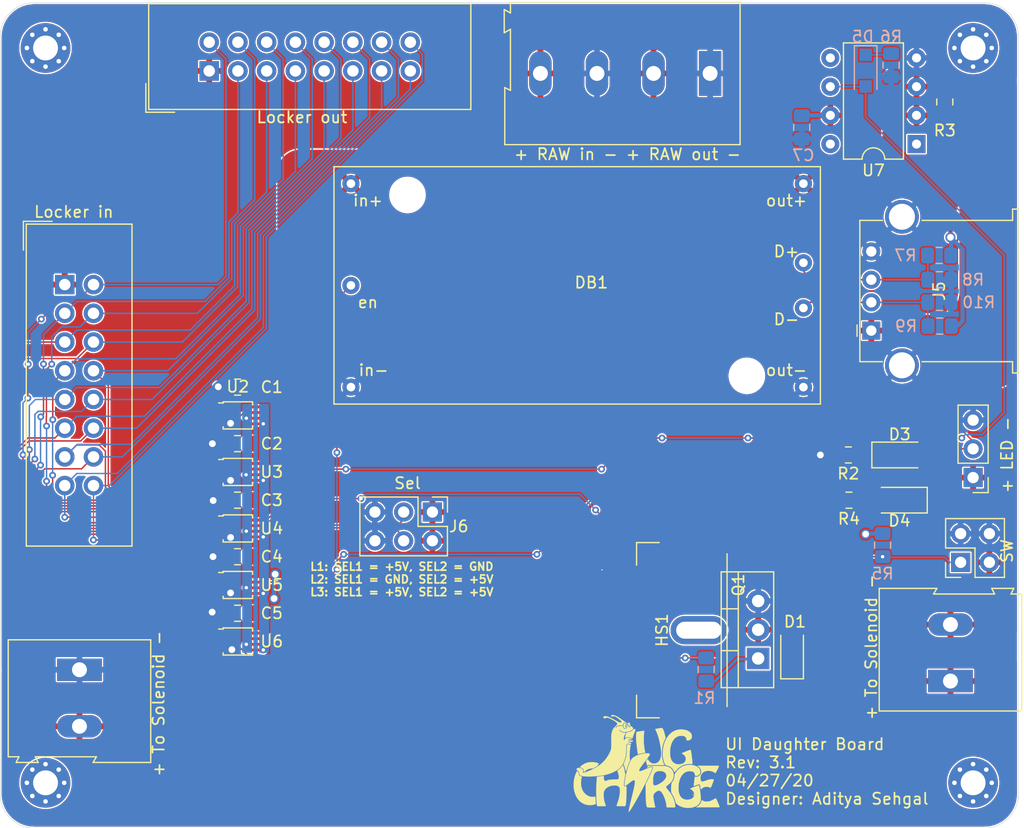
<source format=kicad_pcb>
(kicad_pcb (version 20200512) (host pcbnew "(5.99.0-1662-g9db296991)")
  (layers (0 "F.Cu" signal) (31 "B.Cu" signal) (34 "B.Paste" user) (35 "F.Paste" user) (36 "B.SilkS" user) (37 "F.SilkS" user) (38 "B.Mask" user) (39 "F.Mask" user) (44 "Edge.Cuts" user))
  (net 0 "")
  (net 1 "GNDREF")
  (net 2 "+12V")
  (net 3 "+5VP")
  (net 4 "+5V")
  (net 5 "Net-(D1-Pad2)")
  (net 6 "Net-(D3-Pad1)")
  (net 7 "Net-(D4-Pad2)")
  (net 8 "Net-(HS1-Pad1)")
  (net 9 "Net-(J5-Pad1)")
  (net 10 "Net-(Q1-Pad1)")
  (net 11 "Net-(D5-Pad1)")
  (net 12 "/D-")
  (net 13 "/D+")
  (net 14 "/SolenoidPwr")
  (net 15 "/LED")
  (net 16 "/LoadSense")
  (net 17 "/LoadSense1")
  (net 18 "/LED3")
  (net 19 "/LED1")
  (net 20 "/ChargeEn3")
  (net 21 "/ChargeEn1")
  (net 22 "/Solenoid3")
  (net 23 "/Solenoid1")
  (net 24 "/DoorSwitch3")
  (net 25 "/DoorSwitch1")
  (net 26 "/LoadSense3")
  (net 27 "/LoadSense2")
  (net 28 "/Solenoid2")
  (net 29 "/LED2")
  (net 30 "/DoorSwitch2")
  (net 31 "/ChargeEn2")
  (net 32 "/SEL2")
  (net 33 "/SEL1")
  (net 34 "/DoorSwitch")
  (net 35 "/Solenoid")
  (net 36 "/ChargeEn")
  (module "Connector_PinHeader_2.54mm:PinHeader_2x03_P2.54mm_Vertical" (layer "F.Cu") (at 50.2 57.05 -90)
    (fp_text reference "J6" (at 1.27 -2.33 180) (layer "F.SilkS"))
    (fp_text value "Sel" (at -2.55 2.2 180) (layer "F.SilkS"))
    (pad "6" thru_hole oval (at 2.54 5.08 270) (size 1.7 1.7) (drill 1) (layers *.Cu *.Mask) (net 1 "GNDREF"))
    (pad "5" thru_hole oval (at 0 5.08 270) (size 1.7 1.7) (drill 1) (layers *.Cu *.Mask) (net 1 "GNDREF"))
    (pad "4" thru_hole oval (at 2.54 2.54 270) (size 1.7 1.7) (drill 1) (layers *.Cu *.Mask) (net 32 "/SEL2"))
    (pad "3" thru_hole oval (at 0 2.54 270) (size 1.7 1.7) (drill 1) (layers *.Cu *.Mask) (net 33 "/SEL1"))
    (pad "2" thru_hole oval (at 2.54 0 270) (size 1.7 1.7) (drill 1) (layers *.Cu *.Mask) (net 4 "+5V"))
    (pad "1" thru_hole rect (at 0 0 270) (size 1.7 1.7) (drill 1) (layers *.Cu *.Mask) (net 4 "+5V"))
  )
  (module "Package_DIP:DIP-8_W7.62mm" (layer "F.Cu") (at 93 24.5 180)
    (fp_text reference "U7" (at 3.81 -2.33) (layer "F.SilkS"))
    (fp_text value "TL081")
    (pad "8" thru_hole oval (at 7.62 0 180) (size 1.6 1.6) (drill 0.8) (layers *.Cu *.Mask))
    (pad "4" thru_hole oval (at 0 7.62 180) (size 1.6 1.6) (drill 0.8) (layers *.Cu *.Mask) (net 1 "GNDREF"))
    (pad "7" thru_hole oval (at 7.62 2.54 180) (size 1.6 1.6) (drill 0.8) (layers *.Cu *.Mask) (net 4 "+5V"))
    (pad "3" thru_hole oval (at 0 5.08 180) (size 1.6 1.6) (drill 0.8) (layers *.Cu *.Mask) (net 9 "Net-(J5-Pad1)"))
    (pad "6" thru_hole oval (at 7.62 5.08 180) (size 1.6 1.6) (drill 0.8) (layers *.Cu *.Mask) (net 16 "/LoadSense"))
    (pad "2" thru_hole oval (at 0 2.54 180) (size 1.6 1.6) (drill 0.8) (layers *.Cu *.Mask) (net 3 "+5VP"))
    (pad "5" thru_hole oval (at 7.62 7.62 180) (size 1.6 1.6) (drill 0.8) (layers *.Cu *.Mask))
    (pad "1" thru_hole rect (at 0 0 180) (size 1.6 1.6) (drill 0.8) (layers *.Cu *.Mask))
  )
  (module "Daughterboards:LM2576_DB" (layer "F.Cu") (at 41.5 26.5)
    (fp_text reference "U1" hide)
    (fp_text value "LM2576_DB")
    (fp_text user "in+" (at 3 3) (layer "F.SilkS"))
    (fp_text user "D+" (at 40 7.5) (layer "F.SilkS"))
    (fp_text user "in-" (at 3.5 18) (layer "F.SilkS"))
    (fp_text user "D-" (at 40 13.5) (layer "F.SilkS"))
    (fp_text user "DB1" (at 22.75 10.25) (layer "F.SilkS"))
    (fp_text user "out+" (at 40 3) (layer "F.SilkS"))
    (fp_text user "en" (at 3 12) (layer "F.SilkS"))
    (fp_text user "out-" (at 40 18) (layer "F.SilkS"))
    (pad "1" thru_hole circle (at 1.5 1.5) (size 1.524 1.524) (drill 0.762) (layers *.Cu *.Mask) (net 2 "+12V"))
    (pad "2" thru_hole circle (at 1.5 19.5) (size 1.524 1.524) (drill 0.762) (layers *.Cu *.Mask) (net 1 "GNDREF"))
    (pad "" np_thru_hole circle (at 6.5 2.5) (size 3 3) (drill 3) (layers *.Cu *.Mask))
    (pad "5" thru_hole circle (at 1.5 10.5) (size 1.524 1.524) (drill 0.762) (layers *.Cu *.Mask) (net 36 "/ChargeEn"))
    (pad "4" thru_hole circle (at 41.5 19.5) (size 1.524 1.524) (drill 0.762) (layers *.Cu *.Mask) (net 1 "GNDREF"))
    (pad "" np_thru_hole circle (at 36.5 18.5) (size 3 3) (drill 3) (layers *.Cu *.Mask))
    (pad "6" thru_hole circle (at 41.5 8.5) (size 1.524 1.524) (drill 0.762) (layers *.Cu *.Mask) (net 13 "/D+"))
    (pad "3" thru_hole circle (at 41.5 1.5) (size 1.524 1.524) (drill 0.762) (layers *.Cu *.Mask) (net 3 "+5VP"))
    (pad "7" thru_hole circle (at 41.5 12.5) (size 1.524 1.524) (drill 0.762) (layers *.Cu *.Mask) (net 12 "/D-"))
  )
  (module "Package_SO:VSSOP-8_2.4x2.1mm_P0.5mm" (layer "F.Cu") (at 33 48.5)
    (fp_text reference "U2" (at 0 -2.54) (layer "F.SilkS"))
    (fp_text value "TS5A3357")
    (pad "8" smd rect (at 1.55 -0.75) (size 0.75 0.25) (layers "F.Cu" "F.Paste" "F.Mask") (net 4 "+5V"))
    (pad "7" smd rect (at 1.55 -0.25) (size 0.75 0.25) (layers "F.Cu" "F.Paste" "F.Mask") (net 35 "/Solenoid"))
    (pad "6" smd rect (at 1.55 0.25) (size 0.75 0.25) (layers "F.Cu" "F.Paste" "F.Mask") (net 33 "/SEL1"))
    (pad "5" smd rect (at 1.55 0.75) (size 0.75 0.25) (layers "F.Cu" "F.Paste" "F.Mask") (net 32 "/SEL2"))
    (pad "4" smd rect (at -1.55 0.75) (size 0.75 0.25) (layers "F.Cu" "F.Paste" "F.Mask") (net 1 "GNDREF"))
    (pad "3" smd rect (at -1.55 0.25) (size 0.75 0.25) (layers "F.Cu" "F.Paste" "F.Mask") (net 22 "/Solenoid3"))
    (pad "2" smd rect (at -1.55 -0.25) (size 0.75 0.25) (layers "F.Cu" "F.Paste" "F.Mask") (net 28 "/Solenoid2"))
    (pad "1" smd rect (at -1.55 -0.75) (size 0.75 0.25) (layers "F.Cu" "F.Paste" "F.Mask") (net 23 "/Solenoid1"))
  )
  (module "Package_SO:VSSOP-8_2.4x2.1mm_P0.5mm" (layer "F.Cu") (at 33 68.5)
    (fp_text reference "U6" (at 3 0) (layer "F.SilkS"))
    (fp_text value "TS5A3357")
    (pad "8" smd rect (at 1.55 -0.75) (size 0.75 0.25) (layers "F.Cu" "F.Paste" "F.Mask") (net 4 "+5V"))
    (pad "7" smd rect (at 1.55 -0.25) (size 0.75 0.25) (layers "F.Cu" "F.Paste" "F.Mask") (net 36 "/ChargeEn"))
    (pad "6" smd rect (at 1.55 0.25) (size 0.75 0.25) (layers "F.Cu" "F.Paste" "F.Mask") (net 33 "/SEL1"))
    (pad "5" smd rect (at 1.55 0.75) (size 0.75 0.25) (layers "F.Cu" "F.Paste" "F.Mask") (net 32 "/SEL2"))
    (pad "4" smd rect (at -1.55 0.75) (size 0.75 0.25) (layers "F.Cu" "F.Paste" "F.Mask") (net 1 "GNDREF"))
    (pad "3" smd rect (at -1.55 0.25) (size 0.75 0.25) (layers "F.Cu" "F.Paste" "F.Mask") (net 20 "/ChargeEn3"))
    (pad "2" smd rect (at -1.55 -0.25) (size 0.75 0.25) (layers "F.Cu" "F.Paste" "F.Mask") (net 31 "/ChargeEn2"))
    (pad "1" smd rect (at -1.55 -0.75) (size 0.75 0.25) (layers "F.Cu" "F.Paste" "F.Mask") (net 21 "/ChargeEn1"))
  )
  (module "Package_SO:VSSOP-8_2.4x2.1mm_P0.5mm" (layer "F.Cu") (at 33 63.5)
    (fp_text reference "U5" (at 3 0) (layer "F.SilkS"))
    (fp_text value "TS5A3357")
    (pad "8" smd rect (at 1.55 -0.75) (size 0.75 0.25) (layers "F.Cu" "F.Paste" "F.Mask") (net 4 "+5V"))
    (pad "7" smd rect (at 1.55 -0.25) (size 0.75 0.25) (layers "F.Cu" "F.Paste" "F.Mask") (net 16 "/LoadSense"))
    (pad "6" smd rect (at 1.55 0.25) (size 0.75 0.25) (layers "F.Cu" "F.Paste" "F.Mask") (net 33 "/SEL1"))
    (pad "5" smd rect (at 1.55 0.75) (size 0.75 0.25) (layers "F.Cu" "F.Paste" "F.Mask") (net 32 "/SEL2"))
    (pad "4" smd rect (at -1.55 0.75) (size 0.75 0.25) (layers "F.Cu" "F.Paste" "F.Mask") (net 1 "GNDREF"))
    (pad "3" smd rect (at -1.55 0.25) (size 0.75 0.25) (layers "F.Cu" "F.Paste" "F.Mask") (net 26 "/LoadSense3"))
    (pad "2" smd rect (at -1.55 -0.25) (size 0.75 0.25) (layers "F.Cu" "F.Paste" "F.Mask") (net 27 "/LoadSense2"))
    (pad "1" smd rect (at -1.55 -0.75) (size 0.75 0.25) (layers "F.Cu" "F.Paste" "F.Mask") (net 17 "/LoadSense1"))
  )
  (module "Package_SO:VSSOP-8_2.4x2.1mm_P0.5mm" (layer "F.Cu") (at 33 58.5)
    (fp_text reference "U4" (at 3 0) (layer "F.SilkS"))
    (fp_text value "TS5A3357")
    (pad "8" smd rect (at 1.55 -0.75) (size 0.75 0.25) (layers "F.Cu" "F.Paste" "F.Mask") (net 4 "+5V"))
    (pad "7" smd rect (at 1.55 -0.25) (size 0.75 0.25) (layers "F.Cu" "F.Paste" "F.Mask") (net 34 "/DoorSwitch"))
    (pad "6" smd rect (at 1.55 0.25) (size 0.75 0.25) (layers "F.Cu" "F.Paste" "F.Mask") (net 33 "/SEL1"))
    (pad "5" smd rect (at 1.55 0.75) (size 0.75 0.25) (layers "F.Cu" "F.Paste" "F.Mask") (net 32 "/SEL2"))
    (pad "4" smd rect (at -1.55 0.75) (size 0.75 0.25) (layers "F.Cu" "F.Paste" "F.Mask") (net 1 "GNDREF"))
    (pad "3" smd rect (at -1.55 0.25) (size 0.75 0.25) (layers "F.Cu" "F.Paste" "F.Mask") (net 24 "/DoorSwitch3"))
    (pad "2" smd rect (at -1.55 -0.25) (size 0.75 0.25) (layers "F.Cu" "F.Paste" "F.Mask") (net 30 "/DoorSwitch2"))
    (pad "1" smd rect (at -1.55 -0.75) (size 0.75 0.25) (layers "F.Cu" "F.Paste" "F.Mask") (net 25 "/DoorSwitch1"))
  )
  (module "Package_SO:VSSOP-8_2.4x2.1mm_P0.5mm" (layer "F.Cu") (at 33 53.5)
    (fp_text reference "U3" (at 3 0) (layer "F.SilkS"))
    (fp_text value "TS5A3357")
    (pad "8" smd rect (at 1.55 -0.75) (size 0.75 0.25) (layers "F.Cu" "F.Paste" "F.Mask") (net 4 "+5V"))
    (pad "7" smd rect (at 1.55 -0.25) (size 0.75 0.25) (layers "F.Cu" "F.Paste" "F.Mask") (net 15 "/LED"))
    (pad "6" smd rect (at 1.55 0.25) (size 0.75 0.25) (layers "F.Cu" "F.Paste" "F.Mask") (net 33 "/SEL1"))
    (pad "5" smd rect (at 1.55 0.75) (size 0.75 0.25) (layers "F.Cu" "F.Paste" "F.Mask") (net 32 "/SEL2"))
    (pad "4" smd rect (at -1.55 0.75) (size 0.75 0.25) (layers "F.Cu" "F.Paste" "F.Mask") (net 1 "GNDREF"))
    (pad "3" smd rect (at -1.55 0.25) (size 0.75 0.25) (layers "F.Cu" "F.Paste" "F.Mask") (net 18 "/LED3"))
    (pad "2" smd rect (at -1.55 -0.25) (size 0.75 0.25) (layers "F.Cu" "F.Paste" "F.Mask") (net 29 "/LED2"))
    (pad "1" smd rect (at -1.55 -0.75) (size 0.75 0.25) (layers "F.Cu" "F.Paste" "F.Mask") (net 19 "/LED1"))
  )
  (module "Capacitor_SMD:C_0805_2012Metric_Pad1.15x1.40mm_HandSolder" (layer "F.Cu") (at 32.975 66)
    (fp_text reference "C5" (at 3.025 0) (layer "F.SilkS"))
    (fp_text value "100nF")
    (pad "2" smd roundrect (at 1.025 0) (size 1.15 1.4) (layers "F.Cu" "F.Paste" "F.Mask") (roundrect_rratio 0.2173904347826087) (net 4 "+5V"))
    (pad "1" smd roundrect (at -1.025 0) (size 1.15 1.4) (layers "F.Cu" "F.Paste" "F.Mask") (roundrect_rratio 0.2173904347826087) (net 1 "GNDREF"))
  )
  (module "Capacitor_SMD:C_0805_2012Metric_Pad1.15x1.40mm_HandSolder" (layer "F.Cu") (at 32.975 61)
    (fp_text reference "C4" (at 3.025 0) (layer "F.SilkS"))
    (fp_text value "100nF")
    (pad "2" smd roundrect (at 1.025 0) (size 1.15 1.4) (layers "F.Cu" "F.Paste" "F.Mask") (roundrect_rratio 0.2173904347826087) (net 4 "+5V"))
    (pad "1" smd roundrect (at -1.025 0) (size 1.15 1.4) (layers "F.Cu" "F.Paste" "F.Mask") (roundrect_rratio 0.2173904347826087) (net 1 "GNDREF"))
  )
  (module "Capacitor_SMD:C_0805_2012Metric_Pad1.15x1.40mm_HandSolder" (layer "F.Cu") (at 32.975 56)
    (fp_text reference "C3" (at 3.025 0) (layer "F.SilkS"))
    (fp_text value "100nF")
    (pad "2" smd roundrect (at 1.025 0) (size 1.15 1.4) (layers "F.Cu" "F.Paste" "F.Mask") (roundrect_rratio 0.2173904347826087) (net 4 "+5V"))
    (pad "1" smd roundrect (at -1.025 0) (size 1.15 1.4) (layers "F.Cu" "F.Paste" "F.Mask") (roundrect_rratio 0.2173904347826087) (net 1 "GNDREF"))
  )
  (module "Capacitor_SMD:C_0805_2012Metric_Pad1.15x1.40mm_HandSolder" (layer "F.Cu") (at 32.975 51)
    (fp_text reference "C2" (at 3.025 0) (layer "F.SilkS"))
    (fp_text value "100nF")
    (pad "2" smd roundrect (at 1.025 0) (size 1.15 1.4) (layers "F.Cu" "F.Paste" "F.Mask") (roundrect_rratio 0.2173904347826087) (net 4 "+5V"))
    (pad "1" smd roundrect (at -1.025 0) (size 1.15 1.4) (layers "F.Cu" "F.Paste" "F.Mask") (roundrect_rratio 0.2173904347826087) (net 1 "GNDREF"))
  )
  (module "Capacitor_SMD:C_0805_2012Metric_Pad1.15x1.40mm_HandSolder" (layer "F.Cu") (at 32.975 46)
    (fp_text reference "C1" (at 3.025 0) (layer "F.SilkS"))
    (fp_text value "100nF")
    (pad "2" smd roundrect (at 1.025 0) (size 1.15 1.4) (layers "F.Cu" "F.Paste" "F.Mask") (roundrect_rratio 0.2173904347826087) (net 4 "+5V"))
    (pad "1" smd roundrect (at -1.025 0) (size 1.15 1.4) (layers "F.Cu" "F.Paste" "F.Mask") (roundrect_rratio 0.2173904347826087) (net 1 "GNDREF"))
  )
  (module "Daughterboards:TO-220_Heatsink" (layer "F.Cu") (at 74.25 67.5 90)
    (fp_text reference "HS1" (at 0 -3.75 90) (layer "F.SilkS"))
    (fp_text value "Heatsink")
    (pad "1" thru_hole oval (at 0 -0.5 90) (size 2.5 5) (drill oval 1.5 4) (layers *.Cu *.Mask) (net 8 "Net-(HS1-Pad1)"))
  )
  (module "Connector_USB:USB_A_Stewart_SS-52100-001_Horizontal" (layer "F.Cu") (at 89 41 90)
    (fp_text reference "J5" (at 3.5 6 90) (layer "F.SilkS"))
    (fp_text value "USB_A")
    (pad "4" thru_hole circle (at 7 0 90) (size 1.6 1.6) (drill 0.92) (layers *.Cu *.Mask) (net 1 "GNDREF"))
    (pad "3" thru_hole circle (at 4.5 0 90) (size 1.6 1.6) (drill 0.92) (layers *.Cu *.Mask) (net 13 "/D+"))
    (pad "2" thru_hole circle (at 2.5 0 90) (size 1.6 1.6) (drill 0.92) (layers *.Cu *.Mask) (net 12 "/D-"))
    (pad "1" thru_hole rect (at 0 0 90) (size 1.6 1.6) (drill 0.92) (layers *.Cu *.Mask) (net 9 "Net-(J5-Pad1)"))
    (pad "5" thru_hole circle (at -3.07 2.71 90) (size 3 3) (drill 2.3) (layers *.Cu *.Mask) (net 1 "GNDREF"))
    (pad "5" thru_hole circle (at 10.07 2.71 90) (size 3 3) (drill 2.3) (layers *.Cu *.Mask) (net 1 "GNDREF"))
  )
  (module "TerminalBlock:TerminalBlock_Altech_AK300-4_P5.00mm" (layer "F.Cu") (at 74.75 18.25 180)
    (fp_text reference "J3" hide)
    (fp_text value "Unreg 12V - charge")
    (pad "3" thru_hole oval (at 10 0 180) (size 1.98 3.96) (drill 1.32) (layers *.Cu *.Mask) (net 1 "GNDREF"))
    (pad "4" thru_hole oval (at 15 0 180) (size 1.98 3.96) (drill 1.32) (layers *.Cu *.Mask) (net 2 "+12V"))
    (pad "2" thru_hole oval (at 5 0 180) (size 1.98 3.96) (drill 1.32) (layers *.Cu *.Mask) (net 2 "+12V"))
    (pad "1" thru_hole rect (at 0 0 180) (size 1.98 3.96) (drill 1.32) (layers *.Cu *.Mask) (net 1 "GNDREF"))
  )
  (module "Connector_IDC:IDC-Header_2x08_P2.54mm_Vertical" (layer "F.Cu") (at 17.7 36.93)
    (fp_text reference "J1" hide)
    (fp_text value "Locker in" (at 0.8 -6.43 180) (layer "F.SilkS"))
    (pad "1" thru_hole rect (at 0 0) (size 1.7272 1.7272) (drill 1.016) (layers *.Cu *.Mask) (net 4 "+5V"))
    (pad "2" thru_hole oval (at 2.54 0) (size 1.7272 1.7272) (drill 1.016) (layers *.Cu *.Mask) (net 17 "/LoadSense1"))
    (pad "3" thru_hole oval (at 0 2.54) (size 1.7272 1.7272) (drill 1.016) (layers *.Cu *.Mask) (net 18 "/LED3"))
    (pad "4" thru_hole oval (at 2.54 2.54) (size 1.7272 1.7272) (drill 1.016) (layers *.Cu *.Mask) (net 19 "/LED1"))
    (pad "5" thru_hole oval (at 0 5.08) (size 1.7272 1.7272) (drill 1.016) (layers *.Cu *.Mask) (net 20 "/ChargeEn3"))
    (pad "6" thru_hole oval (at 2.54 5.08) (size 1.7272 1.7272) (drill 1.016) (layers *.Cu *.Mask) (net 21 "/ChargeEn1"))
    (pad "7" thru_hole oval (at 0 7.62) (size 1.7272 1.7272) (drill 1.016) (layers *.Cu *.Mask) (net 22 "/Solenoid3"))
    (pad "8" thru_hole oval (at 2.54 7.62) (size 1.7272 1.7272) (drill 1.016) (layers *.Cu *.Mask) (net 23 "/Solenoid1"))
    (pad "9" thru_hole oval (at 0 10.16) (size 1.7272 1.7272) (drill 1.016) (layers *.Cu *.Mask) (net 24 "/DoorSwitch3"))
    (pad "10" thru_hole oval (at 2.54 10.16) (size 1.7272 1.7272) (drill 1.016) (layers *.Cu *.Mask) (net 25 "/DoorSwitch1"))
    (pad "11" thru_hole oval (at 0 12.7) (size 1.7272 1.7272) (drill 1.016) (layers *.Cu *.Mask) (net 26 "/LoadSense3"))
    (pad "12" thru_hole oval (at 2.54 12.7) (size 1.7272 1.7272) (drill 1.016) (layers *.Cu *.Mask) (net 27 "/LoadSense2"))
    (pad "13" thru_hole oval (at 0 15.24) (size 1.7272 1.7272) (drill 1.016) (layers *.Cu *.Mask) (net 28 "/Solenoid2"))
    (pad "14" thru_hole oval (at 2.54 15.24) (size 1.7272 1.7272) (drill 1.016) (layers *.Cu *.Mask) (net 29 "/LED2"))
    (pad "15" thru_hole oval (at 0 17.78) (size 1.7272 1.7272) (drill 1.016) (layers *.Cu *.Mask) (net 30 "/DoorSwitch2"))
    (pad "16" thru_hole oval (at 2.54 17.78) (size 1.7272 1.7272) (drill 1.016) (layers *.Cu *.Mask) (net 31 "/ChargeEn2"))
  )
  (module "Connector_PinHeader_2.54mm:PinHeader_1x03_P2.54mm_Vertical" (layer "F.Cu") (at 98 54 180)
    (fp_text reference "J2" hide)
    (fp_text value "Conn_01x04")
    (pad "3" thru_hole oval (at 0 5.08 180) (size 1.7 1.7) (drill 1) (layers *.Cu *.Mask) (net 1 "GNDREF"))
    (pad "2" thru_hole oval (at 0 2.54 180) (size 1.7 1.7) (drill 1) (layers *.Cu *.Mask) (net 15 "/LED"))
    (pad "1" thru_hole rect (at 0 0 180) (size 1.7 1.7) (drill 1) (layers *.Cu *.Mask) (net 4 "+5V"))
  )
  (module "Connector_IDC:IDC-Header_2x08_P2.54mm_Vertical" (layer "F.Cu") (at 30.47 18.03 90)
    (fp_text reference "J10" hide)
    (fp_text value "Locker out" (at -4.1 8.2 180) (layer "F.SilkS"))
    (pad "1" thru_hole rect (at 0 0 90) (size 1.7272 1.7272) (drill 1.016) (layers *.Cu *.Mask) (net 4 "+5V"))
    (pad "2" thru_hole oval (at 2.54 0 90) (size 1.7272 1.7272) (drill 1.016) (layers *.Cu *.Mask) (net 17 "/LoadSense1"))
    (pad "3" thru_hole oval (at 0 2.54 90) (size 1.7272 1.7272) (drill 1.016) (layers *.Cu *.Mask) (net 18 "/LED3"))
    (pad "4" thru_hole oval (at 2.54 2.54 90) (size 1.7272 1.7272) (drill 1.016) (layers *.Cu *.Mask) (net 19 "/LED1"))
    (pad "5" thru_hole oval (at 0 5.08 90) (size 1.7272 1.7272) (drill 1.016) (layers *.Cu *.Mask) (net 20 "/ChargeEn3"))
    (pad "6" thru_hole oval (at 2.54 5.08 90) (size 1.7272 1.7272) (drill 1.016) (layers *.Cu *.Mask) (net 21 "/ChargeEn1"))
    (pad "7" thru_hole oval (at 0 7.62 90) (size 1.7272 1.7272) (drill 1.016) (layers *.Cu *.Mask) (net 22 "/Solenoid3"))
    (pad "8" thru_hole oval (at 2.54 7.62 90) (size 1.7272 1.7272) (drill 1.016) (layers *.Cu *.Mask) (net 23 "/Solenoid1"))
    (pad "9" thru_hole oval (at 0 10.16 90) (size 1.7272 1.7272) (drill 1.016) (layers *.Cu *.Mask) (net 24 "/DoorSwitch3"))
    (pad "10" thru_hole oval (at 2.54 10.16 90) (size 1.7272 1.7272) (drill 1.016) (layers *.Cu *.Mask) (net 25 "/DoorSwitch1"))
    (pad "11" thru_hole oval (at 0 12.7 90) (size 1.7272 1.7272) (drill 1.016) (layers *.Cu *.Mask) (net 26 "/LoadSense3"))
    (pad "12" thru_hole oval (at 2.54 12.7 90) (size 1.7272 1.7272) (drill 1.016) (layers *.Cu *.Mask) (net 27 "/LoadSense2"))
    (pad "13" thru_hole oval (at 0 15.24 90) (size 1.7272 1.7272) (drill 1.016) (layers *.Cu *.Mask) (net 28 "/Solenoid2"))
    (pad "14" thru_hole oval (at 2.54 15.24 90) (size 1.7272 1.7272) (drill 1.016) (layers *.Cu *.Mask) (net 29 "/LED2"))
    (pad "15" thru_hole oval (at 0 17.78 90) (size 1.7272 1.7272) (drill 1.016) (layers *.Cu *.Mask) (net 30 "/DoorSwitch2"))
    (pad "16" thru_hole oval (at 2.54 17.78 90) (size 1.7272 1.7272) (drill 1.016) (layers *.Cu *.Mask) (net 31 "/ChargeEn2"))
  )
  (module "TerminalBlock:TerminalBlock_Altech_AK300-2_P5.00mm" (layer "F.Cu") (at 96 72 90)
    (fp_text reference "L1" hide)
    (fp_text value "Solenoid 1")
    (pad "2" thru_hole oval (at 5 0 90) (size 1.98 3.96) (drill 1.32) (layers *.Cu *.Mask) (net 5 "Net-(D1-Pad2)"))
    (pad "1" thru_hole rect (at 0 0 90) (size 1.98 3.96) (drill 1.32) (layers *.Cu *.Mask) (net 14 "/SolenoidPwr"))
  )
  (module "TerminalBlock:TerminalBlock_Altech_AK300-2_P5.00mm" (layer "F.Cu") (at 19 71 -90)
    (fp_text reference "J4" hide)
    (fp_text value "Solenoid Power")
    (pad "2" thru_hole oval (at 5 0 270) (size 1.98 3.96) (drill 1.32) (layers *.Cu *.Mask) (net 14 "/SolenoidPwr"))
    (pad "1" thru_hole rect (at 0 0 270) (size 1.98 3.96) (drill 1.32) (layers *.Cu *.Mask) (net 1 "GNDREF"))
  )
  (module "Resistor_SMD:R_0805_2012Metric_Pad1.15x1.40mm_HandSolder" (layer "B.Cu") (at 74.4 70.975 -90)
    (fp_text reference "R1" (at 2.525 0.15) (layer "B.SilkS") (effects (justify mirror)))
    (fp_text value "1KΩ")
    (pad "2" smd roundrect (at 1.025 0 270) (size 1.15 1.4) (layers "B.Cu" "B.Paste" "B.Mask") (roundrect_rratio 0.2173904347826087) (net 10 "Net-(Q1-Pad1)"))
    (pad "1" smd roundrect (at -1.025 0 270) (size 1.15 1.4) (layers "B.Cu" "B.Paste" "B.Mask") (roundrect_rratio 0.2173904347826087) (net 35 "/Solenoid"))
  )
  (module "Resistor_SMD:R_0805_2012Metric_Pad1.15x1.40mm_HandSolder" (layer "B.Cu") (at 95.025 38.5 180)
    (fp_text reference "R10" (at -3.475 0) (layer "B.SilkS") (effects (justify mirror)))
    (fp_text value "10KΩ")
    (pad "2" smd roundrect (at 1.025 0 180) (size 1.15 1.4) (layers "B.Cu" "B.Paste" "B.Mask") (roundrect_rratio 0.2173904347826087) (net 12 "/D-"))
    (pad "1" smd roundrect (at -1.025 0 180) (size 1.15 1.4) (layers "B.Cu" "B.Paste" "B.Mask") (roundrect_rratio 0.2173904347826087) (net 1 "GNDREF"))
  )
  (module "Resistor_SMD:R_0805_2012Metric_Pad1.15x1.40mm_HandSolder" (layer "B.Cu") (at 95.05 40.6)
    (fp_text reference "R9" (at -2.975 0) (layer "B.SilkS") (effects (justify mirror)))
    (fp_text value "10KΩ")
    (pad "2" smd roundrect (at 1.025 0) (size 1.15 1.4) (layers "B.Cu" "B.Paste" "B.Mask") (roundrect_rratio 0.2173904347826087) (net 3 "+5VP"))
    (pad "1" smd roundrect (at -1.025 0) (size 1.15 1.4) (layers "B.Cu" "B.Paste" "B.Mask") (roundrect_rratio 0.2173904347826087) (net 12 "/D-"))
  )
  (module "Resistor_SMD:R_0805_2012Metric_Pad1.15x1.40mm_HandSolder" (layer "B.Cu") (at 95.025 36.5 180)
    (fp_text reference "R8" (at -2.975 0) (layer "B.SilkS") (effects (justify mirror)))
    (fp_text value "10KΩ")
    (pad "2" smd roundrect (at 1.025 0 180) (size 1.15 1.4) (layers "B.Cu" "B.Paste" "B.Mask") (roundrect_rratio 0.2173904347826087) (net 13 "/D+"))
    (pad "1" smd roundrect (at -1.025 0 180) (size 1.15 1.4) (layers "B.Cu" "B.Paste" "B.Mask") (roundrect_rratio 0.2173904347826087) (net 1 "GNDREF"))
  )
  (module "Resistor_SMD:R_0805_2012Metric_Pad1.15x1.40mm_HandSolder" (layer "B.Cu") (at 95 34.35)
    (fp_text reference "R7" (at -2.975 0) (layer "B.SilkS") (effects (justify mirror)))
    (fp_text value "10KΩ")
    (pad "2" smd roundrect (at 1.025 0) (size 1.15 1.4) (layers "B.Cu" "B.Paste" "B.Mask") (roundrect_rratio 0.2173904347826087) (net 3 "+5VP"))
    (pad "1" smd roundrect (at -1.025 0) (size 1.15 1.4) (layers "B.Cu" "B.Paste" "B.Mask") (roundrect_rratio 0.2173904347826087) (net 13 "/D+"))
  )
  (module "SDP_non-standard:logoinv" (layer "F.Cu") (at 69.7 79.9)
    (fp_text reference "TP1" hide)
    (fp_text value "TestPoint" hide)
  )
  (module "Connector_PinHeader_2.54mm:PinHeader_2x02_P2.54mm_Vertical" (layer "F.Cu") (at 96.9 61.5 90)
    (fp_text reference "J7" hide)
    (fp_text value "Conn_01x04")
    (pad "4" thru_hole oval (at 2.54 2.54 90) (size 1.7 1.7) (drill 1) (layers *.Cu *.Mask) (net 1 "GNDREF"))
    (pad "3" thru_hole oval (at 0 2.54 90) (size 1.7 1.7) (drill 1) (layers *.Cu *.Mask) (net 4 "+5V"))
    (pad "2" thru_hole oval (at 2.54 0 90) (size 1.7 1.7) (drill 1) (layers *.Cu *.Mask) (net 1 "GNDREF"))
    (pad "1" thru_hole rect (at 0 0 90) (size 1.7 1.7) (drill 1) (layers *.Cu *.Mask) (net 34 "/DoorSwitch"))
  )
  (module "Resistor_SMD:R_0805_2012Metric_Pad1.15x1.40mm_HandSolder" (layer "B.Cu") (at 90.75 17.525 -90)
    (fp_text reference "R6" (at -2.525 0 180) (layer "B.SilkS") (effects (justify mirror)))
    (fp_text value "10KΩ")
    (pad "2" smd roundrect (at 1.025 0 270) (size 1.15 1.4) (layers "B.Cu" "B.Paste" "B.Mask") (roundrect_rratio 0.2173904347826087) (net 1 "GNDREF"))
    (pad "1" smd roundrect (at -1.025 0 270) (size 1.15 1.4) (layers "B.Cu" "B.Paste" "B.Mask") (roundrect_rratio 0.2173904347826087) (net 11 "Net-(D5-Pad1)"))
  )
  (module "Diode_SMD:D_SOD-123F" (layer "B.Cu") (at 88.5 18 -90)
    (fp_text reference "D5" (at -3 0.25 180) (layer "B.SilkS") (effects (justify mirror)))
    (fp_text value "1N4004")
    (pad "2" smd rect (at 1.4 0 270) (size 1.1 1.1) (layers "B.Cu" "B.Paste" "B.Mask") (net 16 "/LoadSense"))
    (pad "1" smd rect (at -1.4 0 270) (size 1.1 1.1) (layers "B.Cu" "B.Paste" "B.Mask") (net 11 "Net-(D5-Pad1)"))
  )
  (module "MountingHole:MountingHole_2.2mm_M2_Pad_Via" (layer "F.Cu") (at 98 16)
    (fp_text reference "H4" hide)
    (fp_text value "MountingHole")
    (pad "1" thru_hole circle (at 0 0) (size 4.4 4.4) (drill 2.2) (layers *.Cu *.Mask))
    (pad "1" thru_hole circle (at 1.65 0) (size 0.7 0.7) (drill 0.4) (layers *.Cu *.Mask))
    (pad "1" thru_hole circle (at 1.166726 1.166726) (size 0.7 0.7) (drill 0.4) (layers *.Cu *.Mask))
    (pad "1" thru_hole circle (at 0 1.65) (size 0.7 0.7) (drill 0.4) (layers *.Cu *.Mask))
    (pad "1" thru_hole circle (at -1.166726 1.166726) (size 0.7 0.7) (drill 0.4) (layers *.Cu *.Mask))
    (pad "1" thru_hole circle (at -1.65 0) (size 0.7 0.7) (drill 0.4) (layers *.Cu *.Mask))
    (pad "1" thru_hole circle (at -1.166726 -1.166726) (size 0.7 0.7) (drill 0.4) (layers *.Cu *.Mask))
    (pad "1" thru_hole circle (at 0 -1.65) (size 0.7 0.7) (drill 0.4) (layers *.Cu *.Mask))
    (pad "1" thru_hole circle (at 1.166726 -1.166726) (size 0.7 0.7) (drill 0.4) (layers *.Cu *.Mask))
  )
  (module "MountingHole:MountingHole_2.2mm_M2_Pad_Via" (layer "F.Cu") (at 16 81)
    (fp_text reference "H3" hide)
    (fp_text value "MountingHole")
    (pad "1" thru_hole circle (at 0 0) (size 4.4 4.4) (drill 2.2) (layers *.Cu *.Mask))
    (pad "1" thru_hole circle (at 1.65 0) (size 0.7 0.7) (drill 0.4) (layers *.Cu *.Mask))
    (pad "1" thru_hole circle (at 1.166726 1.166726) (size 0.7 0.7) (drill 0.4) (layers *.Cu *.Mask))
    (pad "1" thru_hole circle (at 0 1.65) (size 0.7 0.7) (drill 0.4) (layers *.Cu *.Mask))
    (pad "1" thru_hole circle (at -1.166726 1.166726) (size 0.7 0.7) (drill 0.4) (layers *.Cu *.Mask))
    (pad "1" thru_hole circle (at -1.65 0) (size 0.7 0.7) (drill 0.4) (layers *.Cu *.Mask))
    (pad "1" thru_hole circle (at -1.166726 -1.166726) (size 0.7 0.7) (drill 0.4) (layers *.Cu *.Mask))
    (pad "1" thru_hole circle (at 0 -1.65) (size 0.7 0.7) (drill 0.4) (layers *.Cu *.Mask))
    (pad "1" thru_hole circle (at 1.166726 -1.166726) (size 0.7 0.7) (drill 0.4) (layers *.Cu *.Mask))
  )
  (module "MountingHole:MountingHole_2.2mm_M2_Pad_Via" (layer "F.Cu") (at 98 81)
    (fp_text reference "H2" hide)
    (fp_text value "MountingHole")
    (pad "1" thru_hole circle (at 0 0) (size 4.4 4.4) (drill 2.2) (layers *.Cu *.Mask))
    (pad "1" thru_hole circle (at 1.65 0) (size 0.7 0.7) (drill 0.4) (layers *.Cu *.Mask))
    (pad "1" thru_hole circle (at 1.166726 1.166726) (size 0.7 0.7) (drill 0.4) (layers *.Cu *.Mask))
    (pad "1" thru_hole circle (at 0 1.65) (size 0.7 0.7) (drill 0.4) (layers *.Cu *.Mask))
    (pad "1" thru_hole circle (at -1.166726 1.166726) (size 0.7 0.7) (drill 0.4) (layers *.Cu *.Mask))
    (pad "1" thru_hole circle (at -1.65 0) (size 0.7 0.7) (drill 0.4) (layers *.Cu *.Mask))
    (pad "1" thru_hole circle (at -1.166726 -1.166726) (size 0.7 0.7) (drill 0.4) (layers *.Cu *.Mask))
    (pad "1" thru_hole circle (at 0 -1.65) (size 0.7 0.7) (drill 0.4) (layers *.Cu *.Mask))
    (pad "1" thru_hole circle (at 1.166726 -1.166726) (size 0.7 0.7) (drill 0.4) (layers *.Cu *.Mask))
  )
  (module "MountingHole:MountingHole_2.2mm_M2_Pad_Via" (layer "F.Cu") (at 16 16)
    (fp_text reference "H1" hide)
    (fp_text value "MountingHole")
    (pad "1" thru_hole circle (at 0 0) (size 4.4 4.4) (drill 2.2) (layers *.Cu *.Mask))
    (pad "1" thru_hole circle (at 1.65 0) (size 0.7 0.7) (drill 0.4) (layers *.Cu *.Mask))
    (pad "1" thru_hole circle (at 1.166726 1.166726) (size 0.7 0.7) (drill 0.4) (layers *.Cu *.Mask))
    (pad "1" thru_hole circle (at 0 1.65) (size 0.7 0.7) (drill 0.4) (layers *.Cu *.Mask))
    (pad "1" thru_hole circle (at -1.166726 1.166726) (size 0.7 0.7) (drill 0.4) (layers *.Cu *.Mask))
    (pad "1" thru_hole circle (at -1.65 0) (size 0.7 0.7) (drill 0.4) (layers *.Cu *.Mask))
    (pad "1" thru_hole circle (at -1.166726 -1.166726) (size 0.7 0.7) (drill 0.4) (layers *.Cu *.Mask))
    (pad "1" thru_hole circle (at 0 -1.65) (size 0.7 0.7) (drill 0.4) (layers *.Cu *.Mask))
    (pad "1" thru_hole circle (at 1.166726 -1.166726) (size 0.7 0.7) (drill 0.4) (layers *.Cu *.Mask))
  )
  (module "Resistor_SMD:R_0805_2012Metric_Pad1.15x1.40mm_HandSolder" (layer "B.Cu") (at 90 59.975 90)
    (fp_text reference "R5" (at -2.525 0) (layer "B.SilkS") (effects (justify mirror)))
    (fp_text value "10KΩ")
    (pad "2" smd roundrect (at 1.025 0 90) (size 1.15 1.4) (layers "B.Cu" "B.Paste" "B.Mask") (roundrect_rratio 0.2173904347826087) (net 4 "+5V"))
    (pad "1" smd roundrect (at -1.025 0 90) (size 1.15 1.4) (layers "B.Cu" "B.Paste" "B.Mask") (roundrect_rratio 0.2173904347826087) (net 34 "/DoorSwitch"))
  )
  (module "Resistor_SMD:R_0805_2012Metric_Pad1.15x1.40mm_HandSolder" (layer "F.Cu") (at 87.025 56 180)
    (fp_text reference "R4" (at 0 -1.65) (layer "F.SilkS"))
    (fp_text value "330Ω")
    (pad "2" smd roundrect (at 1.025 0 180) (size 1.15 1.4) (layers "F.Cu" "F.Paste" "F.Mask") (roundrect_rratio 0.2173904347826087) (net 4 "+5V"))
    (pad "1" smd roundrect (at -1.025 0 180) (size 1.15 1.4) (layers "F.Cu" "F.Paste" "F.Mask") (roundrect_rratio 0.2173904347826087) (net 7 "Net-(D4-Pad2)"))
  )
  (module "Resistor_SMD:R_0805_2012Metric_Pad1.15x1.40mm_HandSolder" (layer "F.Cu") (at 95.5 20.775 90)
    (fp_text reference "R3" (at -2.525 0 180) (layer "F.SilkS"))
    (fp_text value "3mΩ")
    (pad "2" smd roundrect (at 1.025 0 90) (size 1.15 1.4) (layers "F.Cu" "F.Paste" "F.Mask") (roundrect_rratio 0.2173904347826087) (net 9 "Net-(J5-Pad1)"))
    (pad "1" smd roundrect (at -1.025 0 90) (size 1.15 1.4) (layers "F.Cu" "F.Paste" "F.Mask") (roundrect_rratio 0.2173904347826087) (net 3 "+5VP"))
  )
  (module "Resistor_SMD:R_0805_2012Metric_Pad1.15x1.40mm_HandSolder" (layer "F.Cu") (at 86.975 52 180)
    (fp_text reference "R2" (at 0 -1.65) (layer "F.SilkS"))
    (fp_text value "330Ω")
    (pad "2" smd roundrect (at 1.025 0 180) (size 1.15 1.4) (layers "F.Cu" "F.Paste" "F.Mask") (roundrect_rratio 0.2173904347826087) (net 1 "GNDREF"))
    (pad "1" smd roundrect (at -1.025 0 180) (size 1.15 1.4) (layers "F.Cu" "F.Paste" "F.Mask") (roundrect_rratio 0.2173904347826087) (net 6 "Net-(D3-Pad1)"))
  )
  (module "Package_TO_SOT_THT:TO-220-3_Vertical" (layer "F.Cu") (at 79 70 90)
    (fp_text reference "Q1" (at 6.5 -1.75 90) (layer "F.SilkS"))
    (fp_text value "TIP102")
    (pad "3" thru_hole oval (at 5.08 0 90) (size 1.905 2) (drill 1.1) (layers *.Cu *.Mask) (net 1 "GNDREF"))
    (pad "2" thru_hole oval (at 2.54 0 90) (size 1.905 2) (drill 1.1) (layers *.Cu *.Mask) (net 5 "Net-(D1-Pad2)"))
    (pad "1" thru_hole rect (at 0 0 90) (size 1.905 2) (drill 1.1) (layers *.Cu *.Mask) (net 10 "Net-(Q1-Pad1)"))
  )
  (module "LED_SMD:LED_1206_3216Metric_Pad1.42x1.75mm_HandSolder" (layer "F.Cu") (at 91.4875 56 180)
    (fp_text reference "D4" (at 0 -1.82) (layer "F.SilkS"))
    (fp_text value "Occ")
    (pad "2" smd roundrect (at 1.4875 0 180) (size 1.425 1.75) (layers "F.Cu" "F.Paste" "F.Mask") (roundrect_rratio 0.1754385964912281) (net 7 "Net-(D4-Pad2)"))
    (pad "1" smd roundrect (at -1.4875 0 180) (size 1.425 1.75) (layers "F.Cu" "F.Paste" "F.Mask") (roundrect_rratio 0.1754385964912281) (net 15 "/LED"))
  )
  (module "LED_SMD:LED_1206_3216Metric_Pad1.42x1.75mm_HandSolder" (layer "F.Cu") (at 91.5125 52)
    (fp_text reference "D3" (at 0 -1.82) (layer "F.SilkS"))
    (fp_text value "Vac")
    (pad "2" smd roundrect (at 1.4875 0) (size 1.425 1.75) (layers "F.Cu" "F.Paste" "F.Mask") (roundrect_rratio 0.1754385964912281) (net 15 "/LED"))
    (pad "1" smd roundrect (at -1.4875 0) (size 1.425 1.75) (layers "F.Cu" "F.Paste" "F.Mask") (roundrect_rratio 0.1754385964912281) (net 6 "Net-(D3-Pad1)"))
  )
  (module "Diode_SMD:D_SOD-123F" (layer "F.Cu") (at 82 69.6 90)
    (fp_text reference "D1" (at 2.85 0.25 180) (layer "F.SilkS"))
    (fp_text value "1N4004")
    (pad "2" smd rect (at 1.4 0 90) (size 1.1 1.1) (layers "F.Cu" "F.Paste" "F.Mask") (net 5 "Net-(D1-Pad2)"))
    (pad "1" smd rect (at -1.4 0 90) (size 1.1 1.1) (layers "F.Cu" "F.Paste" "F.Mask") (net 14 "/SolenoidPwr"))
  )
  (module "Capacitor_SMD:C_0805_2012Metric_Pad1.15x1.40mm_HandSolder" (layer "B.Cu") (at 82.85 23.025 90)
    (fp_text reference "C7" (at -2.475 0.15) (layer "B.SilkS") (effects (justify mirror)))
    (fp_text value "100nF")
    (pad "2" smd roundrect (at 1.025 0 90) (size 1.15 1.4) (layers "B.Cu" "B.Paste" "B.Mask") (roundrect_rratio 0.2173904347826087) (net 4 "+5V"))
    (pad "1" smd roundrect (at -1.025 0 90) (size 1.15 1.4) (layers "B.Cu" "B.Paste" "B.Mask") (roundrect_rratio 0.2173904347826087) (net 1 "GNDREF"))
  )
  (gr_text "L1: SEL1 = +5V, SEL2 = GND\nL2: SEL1 = GND, SEL2 = +5V\nL3: SEL1 = +5V, SEL2 = +5V" (at 47.5 63) (layer "F.SilkS") (effects (font (size 0.7 0.7))))
  (gr_line (start 65.2 62.16) (end 65.2 62.16) (layer "F.SilkS") (width 0.12))
  (gr_text "+ RAW out -\n" (at 72.39 25.4) (layer "F.SilkS") (effects (font (size 1 1))))
  (gr_text "+ LED -" (at 101 52 90) (layer "F.SilkS") (effects (font (size 1 1))))
  (gr_text "SW" (at 101 60.5 90) (layer "F.SilkS") (effects (font (size 1 1))))
  (gr_text "+ To Solenoid -" (at 89 69 90) (layer "F.SilkS") (effects (font (size 1 1))))
  (gr_text "UI Daughter Board\nRev: 3.1\n04/27/20\nDesigner: Aditya Sehgal" (at 76 80) (layer "F.SilkS") (effects (font (size 1 1)) (justify left)))
  (gr_line (start 102 15) (end 102 25) (layer "Edge.Cuts") (width 0.05))
  (gr_line (start 89 12) (end 99 12) (layer "Edge.Cuts") (width 0.05))
  (gr_line (start 12 15) (end 12 25) (layer "Edge.Cuts") (width 0.05))
  (gr_text "+ RAW in -" (at 62 25.4) (layer "F.SilkS") (effects (font (size 1 1))))
  (gr_text "+ To Solenoid -" (at 26 74 90) (layer "F.SilkS") (effects (font (size 1 1))))
  (gr_arc (start 15 82) (end 12 82) (angle -90) (layer "Edge.Cuts") (width 0.05))
  (gr_arc (start 99 82) (end 99 85) (angle -90) (layer "Edge.Cuts") (width 0.05))
  (gr_arc (start 99 15) (end 102 15) (angle -90) (layer "Edge.Cuts") (width 0.05))
  (gr_arc (start 15 15) (end 15 12) (angle -90) (layer "Edge.Cuts") (width 0.05))
  (gr_line (start 15 12) (end 89 12) (layer "Edge.Cuts") (width 0.05))
  (gr_line (start 12 82) (end 12 25) (layer "Edge.Cuts") (width 0.05))
  (gr_line (start 99 85) (end 15 85) (layer "Edge.Cuts") (width 0.05))
  (gr_line (start 102 25) (end 102 82) (layer "Edge.Cuts") (width 0.05))
  (via (at 36.2 64.7) (size 0.9) (drill 0.6) (layers "F.Cu" "B.Cu") (net 4))
  (segment (start 34.9 66) (end 36.2 64.7) (width 0.381) (layer "F.Cu") (net 4))
  (segment (start 36.2 64.7) (end 36.2 62.65) (width 0.381) (layer "B.Cu") (net 4))
  (segment (start 34 66) (end 34.9 66) (width 0.381) (layer "F.Cu") (net 4))
  (segment (start 36.2 62.65) (end 36.3 62.55) (width 0.381) (layer "B.Cu") (net 4))
  (via (at 36.3 62.55) (size 0.9) (drill 0.6) (layers "F.Cu" "B.Cu") (net 4))
  (segment (start 36.3 62.55) (end 34.75 62.55) (width 0.381) (layer "F.Cu") (net 4))
  (segment (start 34.75 62.55) (end 34.55 62.75) (width 0.381) (layer "F.Cu") (net 4))
  (segment (start 34.55 62.75) (end 34.55 61.55) (width 0.381) (layer "F.Cu") (net 4))
  (segment (start 34.55 61.55) (end 34 61) (width 0.381) (layer "F.Cu") (net 4))
  (segment (start 37.442 55.86) (end 43.89 55.86) (width 0.127) (layer "F.Cu") (net 34))
  (segment (start 35.944786 58.195989) (end 47.164011 58.195989) (width 0.127) (layer "F.Cu") (net 33))
  (segment (start 36.05 58.45) (end 46.85 58.45) (width 0.127) (layer "F.Cu") (net 32))
  (segment (start 34.55 58.25) (end 35.052 58.25) (width 0.127) (layer "F.Cu") (net 34))
  (segment (start 34.55 58.75) (end 35.390775 58.75) (width 0.127) (layer "F.Cu") (net 33))
  (segment (start 35.25 59.25) (end 36.05 58.45) (width 0.127) (layer "F.Cu") (net 32))
  (segment (start 47.164011 58.195989) (end 48.15 57.21) (width 0.127) (layer "F.Cu") (net 33))
  (segment (start 35.052 58.25) (end 37.442 55.86) (width 0.127) (layer "F.Cu") (net 34))
  (segment (start 35.390775 58.75) (end 35.944786 58.195989) (width 0.127) (layer "F.Cu") (net 33))
  (segment (start 46.85 58.45) (end 48.15 59.75) (width 0.127) (layer "F.Cu") (net 32))
  (segment (start 85.95 52) (end 86 52) (width 0.381) (layer "F.Cu") (net 1))
  (via (at 84.5 52) (size 0.9) (drill 0.6) (layers "F.Cu" "B.Cu") (net 1))
  (segment (start 86 52) (end 84.5 52) (width 0.381) (layer "F.Cu") (net 1))
  (via (at 30.75 51) (size 0.9) (drill 0.6) (layers "F.Cu" "B.Cu") (net 1))
  (segment (start 31.95 51) (end 30.75 51) (width 0.381) (layer "F.Cu") (net 1))
  (via (at 31.267515 45.967515) (size 0.9) (drill 0.6) (layers "F.Cu" "B.Cu") (net 1))
  (segment (start 31.95 46) (end 31.3 46) (width 0.381) (layer "F.Cu") (net 1))
  (segment (start 31.3 46) (end 31.267515 45.967515) (width 0.381) (layer "F.Cu") (net 1))
  (segment (start 31.95 56) (end 30.852336 56) (width 0.381) (layer "F.Cu") (net 1))
  (segment (start 30.852336 56) (end 30.82017 56.032166) (width 0.381) (layer "F.Cu") (net 1))
  (via (at 30.82017 56.032166) (size 0.9) (drill 0.6) (layers "F.Cu" "B.Cu") (net 1))
  (segment (start 30.83051 66) (end 30.73051 65.9) (width 0.381) (layer "F.Cu") (net 1))
  (via (at 30.73051 65.9) (size 0.9) (drill 0.6) (layers "F.Cu" "B.Cu") (net 1))
  (segment (start 31.95 66) (end 30.83051 66) (width 0.381) (layer "F.Cu") (net 1))
  (via (at 30.806554 60.996073) (size 0.9) (drill 0.6) (layers "F.Cu" "B.Cu") (net 1))
  (segment (start 30.810481 61) (end 30.806554 60.996073) (width 0.381) (layer "F.Cu") (net 1))
  (segment (start 31.95 61) (end 30.810481 61) (width 0.381) (layer "F.Cu") (net 1))
  (segment (start 31.45 69.25) (end 32.442582 69.25) (width 0.381) (layer "F.Cu") (net 1))
  (segment (start 31.45 54.25) (end 32.35949 54.25) (width 0.381) (layer "F.Cu") (net 1))
  (via (at 32.35949 59.3) (size 0.9) (drill 0.6) (layers "F.Cu" "B.Cu") (net 1))
  (segment (start 32.30949 59.25) (end 32.35949 59.3) (width 0.381) (layer "F.Cu") (net 1))
  (via (at 32.475273 69.217309) (size 0.9) (drill 0.6) (layers "F.Cu" "B.Cu") (net 1))
  (segment (start 31.45 49.25) (end 32.30949 49.25) (width 0.381) (layer "F.Cu") (net 1))
  (segment (start 31.45 59.25) (end 32.30949 59.25) (width 0.381) (layer "F.Cu") (net 1))
  (segment (start 31.45 64.25) (end 32.30949 64.25) (width 0.381) (layer "F.Cu") (net 1))
  (segment (start 32.442582 69.25) (end 32.475273 69.217309) (width 0.381) (layer "F.Cu") (net 1))
  (via (at 32.35949 54.25) (size 0.9) (drill 0.6) (layers "F.Cu" "B.Cu") (net 1))
  (via (at 32.35949 49.2) (size 0.9) (drill 0.6) (layers "F.Cu" "B.Cu") (net 1))
  (segment (start 32.30949 64.25) (end 32.35949 64.2) (width 0.381) (layer "F.Cu") (net 1))
  (segment (start 32.30949 49.25) (end 32.35949 49.2) (width 0.381) (layer "F.Cu") (net 1))
  (via (at 32.35949 64.2) (size 0.9) (drill 0.6) (layers "F.Cu" "B.Cu") (net 1))
  (via (at 96 32.749996) (size 0.9) (drill 0.6) (layers "F.Cu" "B.Cu") (net 3))
  (segment (start 96.05 34.5) (end 96.05 32.799996) (width 0.381) (layer "B.Cu") (net 3))
  (segment (start 96.05 32.799996) (end 96 32.749996) (width 0.381) (layer "B.Cu") (net 3))
  (segment (start 97.06951 33.819506) (end 96 32.749996) (width 0.381) (layer "B.Cu") (net 3))
  (segment (start 97.06951 40.15549) (end 97.06951 33.819506) (width 0.381) (layer "B.Cu") (net 3))
  (segment (start 96.725 40.5) (end 97.06951 40.15549) (width 0.381) (layer "B.Cu") (net 3))
  (segment (start 96.05 40.5) (end 96.725 40.5) (width 0.381) (layer "B.Cu") (net 3))
  (segment (start 96 32.749996) (end 96 31) (width 0.381) (layer "F.Cu") (net 3))
  (segment (start 88.55 58.95) (end 88.5 59) (width 0.381) (layer "B.Cu") (net 4))
  (via (at 88.5 59) (size 0.9) (drill 0.6) (layers "F.Cu" "B.Cu") (net 4))
  (segment (start 90 58.95) (end 88.55 58.95) (width 0.381) (layer "B.Cu") (net 4))
  (segment (start 85.63 21.96) (end 83.04 21.96) (width 0.381) (layer "B.Cu") (net 4))
  (segment (start 83.04 21.96) (end 83 22) (width 0.381) (layer "B.Cu") (net 4))
  (segment (start 85.675 20.024603) (end 85.675 19.45) (width 0.127) (layer "F.Cu") (net 16))
  (segment (start 85.63 19.42) (end 88.455 19.42) (width 0.127) (layer "B.Cu") (net 16))
  (segment (start 42.353555 60.790501) (end 59.439503 60.790501) (width 0.127) (layer "B.Cu") (net 16))
  (segment (start 39.894056 63.25) (end 42.353555 60.790501) (width 0.127) (layer "F.Cu") (net 16))
  (segment (start 34.55 63.25) (end 39.894056 63.25) (width 0.127) (layer "F.Cu") (net 16))
  (via (at 42.353555 60.790501) (size 0.6) (drill 0.3) (layers "F.Cu" "B.Cu") (net 16))
  (via (at 59.439503 60.790501) (size 0.6) (drill 0.3) (layers "F.Cu" "B.Cu") (net 16))
  (via (at 97 50.5) (size 0.6) (drill 0.3) (layers "F.Cu" "B.Cu") (net 16))
  (segment (start 88.5 19.45) (end 88.5 22.092902) (width 0.127) (layer "B.Cu") (net 16))
  (segment (start 98.799999 50.200001) (end 97.299999 50.200001) (width 0.127) (layer "B.Cu") (net 16))
  (segment (start 97.299999 50.200001) (end 97 50.5) (width 0.127) (layer "B.Cu") (net 16))
  (segment (start 100.75 48.25) (end 98.799999 50.200001) (width 0.127) (layer "B.Cu") (net 16))
  (segment (start 88.5 22.092902) (end 100.75 34.342902) (width 0.127) (layer "B.Cu") (net 16))
  (segment (start 100.75 34.342902) (end 100.75 48.25) (width 0.127) (layer "B.Cu") (net 16))
  (via (at 78.1 50.5) (size 0.6) (drill 0.3) (layers "F.Cu" "B.Cu") (net 16))
  (segment (start 97 50.5) (end 78.1 50.5) (width 0.127) (layer "F.Cu") (net 16))
  (segment (start 69.730004 50.5) (end 70.5 50.5) (width 0.127) (layer "F.Cu") (net 16))
  (via (at 70.5 50.5) (size 0.6) (drill 0.3) (layers "F.Cu" "B.Cu") (net 16))
  (segment (start 78.1 50.5) (end 70.5 50.5) (width 0.127) (layer "B.Cu") (net 16))
  (segment (start 59.439503 60.790501) (end 69.730004 50.5) (width 0.127) (layer "F.Cu") (net 16))
  (segment (start 96.85 61.675) (end 96.975 61.55) (width 0.127) (layer "F.Cu") (net 34))
  (segment (start 95.923 61.5) (end 95.473 61.05) (width 0.127) (layer "B.Cu") (net 34))
  (segment (start 96.9 61.5) (end 95.923 61.5) (width 0.127) (layer "B.Cu") (net 34))
  (segment (start 95.473 61.05) (end 89.975 61.05) (width 0.127) (layer "B.Cu") (net 34))
  (via (at 43.89 55.86) (size 0.6) (drill 0.3) (layers "F.Cu" "B.Cu") (net 34))
  (segment (start 68.76 61) (end 90 61) (width 0.127) (layer "F.Cu") (net 34))
  (segment (start 43.89 55.86) (end 44.28 55.47) (width 0.127) (layer "B.Cu") (net 34))
  (segment (start 44.28 55.47) (end 63.23 55.47) (width 0.127) (layer "B.Cu") (net 34))
  (segment (start 64.63 56.87) (end 68.76 61) (width 0.127) (layer "F.Cu") (net 34))
  (segment (start 63.23 55.47) (end 64.63 56.87) (width 0.127) (layer "B.Cu") (net 34))
  (via (at 64.63 56.87) (size 0.6) (drill 0.3) (layers "F.Cu" "B.Cu") (net 34))
  (via (at 90 61) (size 0.6) (drill 0.3) (layers "F.Cu" "B.Cu") (net 34))
  (segment (start 98 51.46) (end 93.59 51.46) (width 0.127) (layer "F.Cu") (net 15))
  (segment (start 93.59 51.46) (end 93 52.05) (width 0.127) (layer "F.Cu") (net 15))
  (segment (start 93 52.05) (end 93 56) (width 0.127) (layer "F.Cu") (net 15))
  (segment (start 92.975 56) (end 93 56) (width 0.127) (layer "F.Cu") (net 15))
  (segment (start 42.55 53.25) (end 65.16 53.25) (width 0.127) (layer "B.Cu") (net 15))
  (segment (start 34.55 53.25) (end 42.55 53.25) (width 0.127) (layer "F.Cu") (net 15))
  (via (at 42.55 53.25) (size 0.6) (drill 0.3) (layers "F.Cu" "B.Cu") (net 15))
  (via (at 65.16 53.25) (size 0.6) (drill 0.3) (layers "F.Cu" "B.Cu") (net 15))
  (segment (start 98 50.8) (end 98 51.46) (width 0.127) (layer "F.Cu") (net 15))
  (segment (start 96.76 49.56) (end 98 50.8) (width 0.127) (layer "F.Cu") (net 15))
  (segment (start 65.16 53.25) (end 68.85 49.56) (width 0.127) (layer "F.Cu") (net 15))
  (segment (start 68.85 49.56) (end 96.76 49.56) (width 0.127) (layer "F.Cu") (net 15))
  (segment (start 87.975 52) (end 87.925 52.05) (width 0.127) (layer "F.Cu") (net 6))
  (segment (start 90.025 52) (end 87.975 52) (width 0.127) (layer "F.Cu") (net 6))
  (segment (start 90 56) (end 88.1 56) (width 0.127) (layer "F.Cu") (net 7))
  (segment (start 88.1 56) (end 88.075 56.025) (width 0.127) (layer "F.Cu") (net 7))
  (segment (start 35.619998 68.25) (end 41.459999 62.409999) (width 0.127) (layer "F.Cu") (net 36))
  (segment (start 41.459999 62.409999) (end 41.759998 62.11) (width 0.127) (layer "F.Cu") (net 36))
  (segment (start 34.55 68.25) (end 35.619998 68.25) (width 0.127) (layer "F.Cu") (net 36))
  (via (at 41.759998 62.11) (size 0.6) (drill 0.3) (layers "F.Cu" "B.Cu") (net 36))
  (segment (start 43 37) (end 41.76 38.24) (width 0.127) (layer "F.Cu") (net 36))
  (segment (start 41.76 38.24) (end 41.76 51.365736) (width 0.127) (layer "F.Cu") (net 36))
  (segment (start 41.76 51.365736) (end 41.76 51.79) (width 0.127) (layer "F.Cu") (net 36))
  (segment (start 41.759998 62.11) (end 41.759998 51.790002) (width 0.127) (layer "B.Cu") (net 36))
  (via (at 41.76 51.79) (size 0.6) (drill 0.3) (layers "F.Cu" "B.Cu") (net 36))
  (segment (start 41.759998 51.790002) (end 41.76 51.79) (width 0.127) (layer "B.Cu") (net 36))
  (via (at 72.55 69.96) (size 0.6) (drill 0.3) (layers "F.Cu" "B.Cu") (net 35))
  (segment (start 74.39 69.96) (end 74.4 69.95) (width 0.127) (layer "B.Cu") (net 35))
  (segment (start 72.55 69.96) (end 74.39 69.96) (width 0.127) (layer "B.Cu") (net 35))
  (segment (start 34.11 69.96) (end 72.55 69.96) (width 0.127) (layer "F.Cu") (net 35))
  (segment (start 33 68.85) (end 34.11 69.96) (width 0.127) (layer "F.Cu") (net 35))
  (segment (start 33 48.774052) (end 33 68.85) (width 0.127) (layer "F.Cu") (net 35))
  (segment (start 33.524052 48.25) (end 33 48.774052) (width 0.127) (layer "F.Cu") (net 35))
  (segment (start 34.55 48.25) (end 33.524052 48.25) (width 0.127) (layer "F.Cu") (net 35))
  (segment (start 75.2 72) (end 77.15 70.05) (width 0.254) (layer "B.Cu") (net 10))
  (segment (start 74.4 72) (end 75.2 72) (width 0.254) (layer "B.Cu") (net 10))
  (segment (start 77.15 70.05) (end 79.025 70.05) (width 0.254) (layer "B.Cu") (net 10))
  (segment (start 88.5 16.6) (end 90.6 16.6) (width 0.127) (layer "B.Cu") (net 11))
  (segment (start 90.6 16.6) (end 90.65 16.55) (width 0.127) (layer "B.Cu") (net 11))
  (segment (start 83.261999 38.488001) (end 84.238001 38.488001) (width 0.127) (layer "F.Cu") (net 12))
  (segment (start 82.5 39.25) (end 83.261999 38.488001) (width 0.127) (layer "F.Cu") (net 12))
  (segment (start 84.238001 38.488001) (end 84.25 38.5) (width 0.127) (layer "F.Cu") (net 12))
  (segment (start 84.25 38.5) (end 89 38.5) (width 0.127) (layer "F.Cu") (net 12))
  (segment (start 89 38.5) (end 94 38.5) (width 0.127) (layer "B.Cu") (net 12))
  (segment (start 94 38.5) (end 94 40.75) (width 0.127) (layer "B.Cu") (net 12))
  (segment (start 82.5 35.25) (end 83.75 36.5) (width 0.127) (layer "F.Cu") (net 13))
  (segment (start 83.75 36.5) (end 89 36.5) (width 0.127) (layer "F.Cu") (net 13))
  (segment (start 89 36.5) (end 94 36.5) (width 0.127) (layer "B.Cu") (net 13))
  (segment (start 94 36.5) (end 94 34.5) (width 0.127) (layer "B.Cu") (net 13))
  (segment (start 22.33 53.64) (end 35.258042 40.711958) (width 0.127) (layer "B.Cu") (net 30))
  (segment (start 36.058132 31.821868) (end 48.25 19.63) (width 0.127) (layer "B.Cu") (net 30))
  (segment (start 48.25 19.63) (end 48.25 18.03) (width 0.127) (layer "B.Cu") (net 30))
  (segment (start 36.058132 31.822568) (end 36.058132 31.821868) (width 0.127) (layer "B.Cu") (net 30))
  (segment (start 35.258042 32.622658) (end 36.058132 31.822568) (width 0.127) (layer "B.Cu") (net 30))
  (segment (start 35.258042 40.711958) (end 35.258042 32.622658) (width 0.127) (layer "B.Cu") (net 30))
  (segment (start 18.77 53.64) (end 22.33 53.64) (width 0.127) (layer "B.Cu") (net 30))
  (segment (start 17.7 54.71) (end 18.77 53.64) (width 0.127) (layer "B.Cu") (net 30))
  (via (at 17.7 57.503446) (size 0.6) (drill 0.3) (layers "F.Cu" "B.Cu") (net 30))
  (segment (start 17.7 54.71) (end 17.7 57.503446) (width 0.127) (layer "B.Cu") (net 30))
  (segment (start 30.948 58.25) (end 30.201446 57.503446) (width 0.127) (layer "F.Cu") (net 30))
  (segment (start 30.201446 57.503446) (end 18.124264 57.503446) (width 0.127) (layer "F.Cu") (net 30))
  (segment (start 31.45 58.25) (end 30.948 58.25) (width 0.127) (layer "F.Cu") (net 30))
  (segment (start 18.124264 57.503446) (end 17.7 57.503446) (width 0.127) (layer "F.Cu") (net 30))
  (segment (start 20.24 52.17) (end 22.799225 52.17) (width 0.127) (layer "B.Cu") (net 29))
  (segment (start 35.004042 32.517432) (end 35.804121 31.717354) (width 0.127) (layer "B.Cu") (net 29))
  (segment (start 35.804121 31.717354) (end 35.804121 31.716655) (width 0.127) (layer "B.Cu") (net 29))
  (segment (start 47.195899 16.975899) (end 45.71 15.49) (width 0.127) (layer "B.Cu") (net 29))
  (segment (start 35.004042 39.965183) (end 35.004042 32.517432) (width 0.127) (layer "B.Cu") (net 29))
  (segment (start 47.195899 20.324877) (end 47.195899 16.975899) (width 0.127) (layer "B.Cu") (net 29))
  (segment (start 35.804121 31.716655) (end 47.195899 20.324877) (width 0.127) (layer "B.Cu") (net 29))
  (segment (start 22.799225 52.17) (end 35.004042 39.965183) (width 0.127) (layer "B.Cu") (net 29))
  (segment (start 17.252595 56.504922) (end 15.379499 54.631826) (width 0.127) (layer "F.Cu") (net 29))
  (segment (start 19.185899 53.224101) (end 19.376401 53.033599) (width 0.127) (layer "F.Cu") (net 29))
  (segment (start 28.653528 56.504922) (end 17.252595 56.504922) (width 0.127) (layer "F.Cu") (net 29))
  (segment (start 30.052033 54.145967) (end 30.052033 55.106417) (width 0.127) (layer "F.Cu") (net 29))
  (segment (start 15.379499 54.631826) (end 15.379499 53.774559) (width 0.127) (layer "F.Cu") (net 29))
  (segment (start 19.376401 53.033599) (end 20.24 52.17) (width 0.127) (layer "F.Cu") (net 29))
  (segment (start 30.052033 55.106417) (end 28.653528 56.504922) (width 0.127) (layer "F.Cu") (net 29))
  (segment (start 15.929957 53.224101) (end 19.185899 53.224101) (width 0.127) (layer "F.Cu") (net 29))
  (segment (start 30.948 53.25) (end 30.052033 54.145967) (width 0.127) (layer "F.Cu") (net 29))
  (segment (start 15.379499 53.774559) (end 15.929957 53.224101) (width 0.127) (layer "F.Cu") (net 29))
  (segment (start 31.45 53.25) (end 30.948 53.25) (width 0.127) (layer "F.Cu") (net 29))
  (segment (start 35.55 19.251314) (end 35.55 18.03) (width 0.127) (layer "B.Cu") (net 20))
  (segment (start 35.55 28.73776) (end 35.55 19.251314) (width 0.127) (layer "B.Cu") (net 20))
  (segment (start 33.518022 30.770428) (end 33.518022 30.769738) (width 0.127) (layer "B.Cu") (net 20))
  (segment (start 33.518022 30.769738) (end 35.55 28.73776) (width 0.127) (layer "B.Cu") (net 20))
  (segment (start 18.76 40.95) (end 28.790776 40.95) (width 0.127) (layer "B.Cu") (net 20))
  (segment (start 17.7 42.01) (end 18.76 40.95) (width 0.127) (layer "B.Cu") (net 20))
  (segment (start 28.790776 40.95) (end 32.717943 37.022833) (width 0.127) (layer "B.Cu") (net 20))
  (segment (start 32.717943 31.570506) (end 33.518022 30.770428) (width 0.127) (layer "B.Cu") (net 20))
  (segment (start 32.717943 37.022833) (end 32.717943 31.570506) (width 0.127) (layer "B.Cu") (net 20))
  (segment (start 12.72 43) (end 13.71 42.01) (width 0.127) (layer "F.Cu") (net 20))
  (segment (start 12.72 55.09) (end 12.72 43) (width 0.127) (layer "F.Cu") (net 20))
  (segment (start 17.64 60.01) (end 12.72 55.09) (width 0.127) (layer "F.Cu") (net 20))
  (segment (start 30.95 68.75) (end 28.89 66.69) (width 0.127) (layer "F.Cu") (net 20))
  (segment (start 16.478686 42.01) (end 17.7 42.01) (width 0.127) (layer "F.Cu") (net 20))
  (segment (start 31.45 68.75) (end 30.95 68.75) (width 0.127) (layer "F.Cu") (net 20))
  (segment (start 13.71 42.01) (end 16.478686 42.01) (width 0.127) (layer "F.Cu") (net 20))
  (segment (start 28.89 66.69) (end 28.89 60.44) (width 0.127) (layer "F.Cu") (net 20))
  (segment (start 28.89 60.44) (end 28.46 60.01) (width 0.127) (layer "F.Cu") (net 20))
  (segment (start 28.46 60.01) (end 17.64 60.01) (width 0.127) (layer "F.Cu") (net 20))
  (segment (start 35.55011 31.611442) (end 45.71 21.451552) (width 0.127) (layer "B.Cu") (net 28))
  (segment (start 35.55011 31.61214) (end 35.55011 31.611442) (width 0.127) (layer "B.Cu") (net 28))
  (segment (start 17.7 52.17) (end 18.81 51.06) (width 0.127) (layer "B.Cu") (net 28))
  (segment (start 34.750031 39.859969) (end 34.750031 32.412218) (width 0.127) (layer "B.Cu") (net 28))
  (segment (start 34.750031 32.412218) (end 35.55011 31.61214) (width 0.127) (layer "B.Cu") (net 28))
  (segment (start 23.55 51.06) (end 34.750031 39.859969) (width 0.127) (layer "B.Cu") (net 28))
  (segment (start 45.71 21.451552) (end 45.71 18.03) (width 0.127) (layer "B.Cu") (net 28))
  (segment (start 18.81 51.06) (end 23.55 51.06) (width 0.127) (layer "B.Cu") (net 28))
  (segment (start 22.174786 55.734011) (end 21.294101 54.853326) (width 0.127) (layer "F.Cu") (net 28))
  (segment (start 18.754101 51.115899) (end 18.563599 51.306401) (width 0.127) (layer "F.Cu") (net 28))
  (segment (start 20.745969 51.115899) (end 18.754101 51.115899) (width 0.127) (layer "F.Cu") (net 28))
  (segment (start 31.45 48.25) (end 30.948 48.25) (width 0.127) (layer "F.Cu") (net 28))
  (segment (start 30.948 48.25) (end 29.29 49.908) (width 0.127) (layer "F.Cu") (net 28))
  (segment (start 29.29 54.78) (end 28.335989 55.734011) (width 0.127) (layer "F.Cu") (net 28))
  (segment (start 28.335989 55.734011) (end 22.174786 55.734011) (width 0.127) (layer "F.Cu") (net 28))
  (segment (start 18.563599 51.306401) (end 17.7 52.17) (width 0.127) (layer "F.Cu") (net 28))
  (segment (start 29.29 49.908) (end 29.29 54.78) (width 0.127) (layer "F.Cu") (net 28))
  (segment (start 21.294101 54.853326) (end 21.294101 51.664031) (width 0.127) (layer "F.Cu") (net 28))
  (segment (start 21.294101 51.664031) (end 20.745969 51.115899) (width 0.127) (layer "F.Cu") (net 28))
  (segment (start 35.042088 31.401016) (end 43.17 23.273104) (width 0.127) (layer "B.Cu") (net 26))
  (segment (start 35.042088 31.401712) (end 35.042088 31.401016) (width 0.127) (layer "B.Cu") (net 26))
  (segment (start 24.735653 48.575899) (end 34.242009 39.069543) (width 0.127) (layer "B.Cu") (net 26))
  (segment (start 34.242009 39.069543) (end 34.242009 32.20179) (width 0.127) (layer "B.Cu") (net 26))
  (segment (start 18.754101 48.575899) (end 24.735653 48.575899) (width 0.127) (layer "B.Cu") (net 26))
  (segment (start 34.242009 32.20179) (end 35.042088 31.401712) (width 0.127) (layer "B.Cu") (net 26))
  (segment (start 43.17 23.273104) (end 43.17 18.03) (width 0.127) (layer "B.Cu") (net 26))
  (segment (start 17.7 49.63) (end 18.754101 48.575899) (width 0.127) (layer "B.Cu") (net 26))
  (segment (start 29.658022 60.119572) (end 28.294439 58.755989) (width 0.127) (layer "F.Cu") (net 26))
  (segment (start 28.294439 58.755989) (end 17.104436 58.755989) (width 0.127) (layer "F.Cu") (net 26))
  (segment (start 17.104436 58.755989) (end 13.264011 54.915564) (width 0.127) (layer "F.Cu") (net 26))
  (segment (start 30.940775 63.75) (end 29.658022 62.467247) (width 0.127) (layer "F.Cu") (net 26))
  (segment (start 14.446401 50.493599) (end 16.836401 50.493599) (width 0.127) (layer "F.Cu") (net 26))
  (segment (start 13.264011 54.915564) (end 13.264011 51.675988) (width 0.127) (layer "F.Cu") (net 26))
  (segment (start 16.836401 50.493599) (end 17.7 49.63) (width 0.127) (layer "F.Cu") (net 26))
  (segment (start 29.658022 62.467247) (end 29.658022 60.119572) (width 0.127) (layer "F.Cu") (net 26))
  (segment (start 31.45 63.75) (end 30.940775 63.75) (width 0.127) (layer "F.Cu") (net 26))
  (segment (start 13.264011 51.675988) (end 14.446401 50.493599) (width 0.127) (layer "F.Cu") (net 26))
  (segment (start 37.01 16.95) (end 35.55 15.49) (width 0.127) (layer "B.Cu") (net 21))
  (segment (start 28.09 42.01) (end 32.971954 37.128046) (width 0.127) (layer "B.Cu") (net 21))
  (segment (start 33.772033 30.874951) (end 37.01 27.636984) (width 0.127) (layer "B.Cu") (net 21))
  (segment (start 37.01 27.636984) (end 37.01 16.95) (width 0.127) (layer "B.Cu") (net 21))
  (segment (start 33.772033 30.875642) (end 33.772033 30.874951) (width 0.127) (layer "B.Cu") (net 21))
  (segment (start 32.971954 31.67572) (end 33.772033 30.875642) (width 0.127) (layer "B.Cu") (net 21))
  (segment (start 32.971954 37.128046) (end 32.971954 31.67572) (width 0.127) (layer "B.Cu") (net 21))
  (segment (start 20.24 42.01) (end 28.09 42.01) (width 0.127) (layer "B.Cu") (net 21))
  (segment (start 18.780664 43.469336) (end 19.376401 42.873599) (width 0.127) (layer "F.Cu") (net 21))
  (segment (start 14.070184 43.469336) (end 18.780664 43.469336) (width 0.127) (layer "F.Cu") (net 21))
  (segment (start 13.01 44.52952) (end 14.070184 43.469336) (width 0.127) (layer "F.Cu") (net 21))
  (segment (start 13.01 55.020776) (end 13.01 44.52952) (width 0.127) (layer "F.Cu") (net 21))
  (segment (start 19.376401 42.873599) (end 20.24 42.01) (width 0.127) (layer "F.Cu") (net 21))
  (segment (start 31.45 67.75) (end 30.67 67.75) (width 0.127) (layer "F.Cu") (net 21))
  (segment (start 30.67 67.75) (end 29.404011 66.484011) (width 0.127) (layer "F.Cu") (net 21))
  (segment (start 16.999224 59.01) (end 13.01 55.020776) (width 0.127) (layer "F.Cu") (net 21))
  (segment (start 29.404011 66.484011) (end 29.404011 60.224786) (width 0.127) (layer "F.Cu") (net 21))
  (segment (start 29.404011 60.224786) (end 28.189225 59.01) (width 0.127) (layer "F.Cu") (net 21))
  (segment (start 28.189225 59.01) (end 16.999224 59.01) (width 0.127) (layer "F.Cu") (net 21))
  (segment (start 40.63 25.094656) (end 40.63 18.03) (width 0.127) (layer "B.Cu") (net 24))
  (segment (start 34.534066 31.191284) (end 34.534066 31.19059) (width 0.127) (layer "B.Cu") (net 24))
  (segment (start 33.733987 31.991362) (end 34.534066 31.191284) (width 0.127) (layer "B.Cu") (net 24))
  (segment (start 34.534066 31.19059) (end 40.63 25.094656) (width 0.127) (layer "B.Cu") (net 24))
  (segment (start 33.733987 38.415238) (end 33.733987 31.991362) (width 0.127) (layer "B.Cu") (net 24))
  (segment (start 27.345214 44.804011) (end 33.733987 38.415238) (width 0.127) (layer "B.Cu") (net 24))
  (segment (start 27.331421 44.804011) (end 27.345214 44.804011) (width 0.127) (layer "B.Cu") (net 24))
  (segment (start 26.099533 46.035899) (end 27.331421 44.804011) (width 0.127) (layer "B.Cu") (net 24))
  (segment (start 18.754101 46.035899) (end 26.099533 46.035899) (width 0.127) (layer "B.Cu") (net 24))
  (segment (start 17.7 47.09) (end 18.754101 46.035899) (width 0.127) (layer "B.Cu") (net 24))
  (segment (start 14.570142 47.629858) (end 14.570142 51.099663) (width 0.127) (layer "B.Cu") (net 24))
  (segment (start 17.7 47.09) (end 15.11 47.09) (width 0.127) (layer "B.Cu") (net 24))
  (segment (start 14.570142 51.099663) (end 14.570142 51.523927) (width 0.127) (layer "B.Cu") (net 24))
  (segment (start 15.11 47.09) (end 14.570142 47.629858) (width 0.127) (layer "B.Cu") (net 24))
  (via (at 14.570142 51.523927) (size 0.6) (drill 0.3) (layers "F.Cu" "B.Cu") (net 24))
  (segment (start 14.570142 52.148711) (end 14.570142 51.948191) (width 0.127) (layer "F.Cu") (net 24))
  (segment (start 30.191956 57.993956) (end 17.423956 57.993956) (width 0.127) (layer "F.Cu") (net 24))
  (segment (start 14.355952 54.925952) (end 14.355952 52.362901) (width 0.127) (layer "F.Cu") (net 24))
  (segment (start 14.570142 51.948191) (end 14.570142 51.523927) (width 0.127) (layer "F.Cu") (net 24))
  (segment (start 14.355952 52.362901) (end 14.570142 52.148711) (width 0.127) (layer "F.Cu") (net 24))
  (segment (start 17.423956 57.993956) (end 14.355952 54.925952) (width 0.127) (layer "F.Cu") (net 24))
  (segment (start 30.948 58.75) (end 30.191956 57.993956) (width 0.127) (layer "F.Cu") (net 24))
  (segment (start 31.45 58.75) (end 30.948 58.75) (width 0.127) (layer "F.Cu") (net 24))
  (segment (start 31.955899 16.975899) (end 30.47 15.49) (width 0.127) (layer "B.Cu") (net 17))
  (segment (start 31.955899 36.204101) (end 31.955899 16.975899) (width 0.127) (layer "B.Cu") (net 17))
  (segment (start 31.23 36.93) (end 31.955899 36.204101) (width 0.127) (layer "B.Cu") (net 17))
  (segment (start 20.24 36.93) (end 31.23 36.93) (width 0.127) (layer "B.Cu") (net 17))
  (via (at 14.44 46.97) (size 0.6) (drill 0.3) (layers "F.Cu" "B.Cu") (net 17))
  (via (at 14.47 43.97) (size 0.6) (drill 0.3) (layers "F.Cu" "B.Cu") (net 17))
  (segment (start 14.44 44) (end 14.47 43.97) (width 0.127) (layer "F.Cu") (net 17))
  (segment (start 14.44 46.97) (end 14.44 44) (width 0.127) (layer "F.Cu") (net 17))
  (via (at 15.630002 39.98) (size 0.6) (drill 0.3) (layers "F.Cu" "B.Cu") (net 17))
  (segment (start 15.930001 39.680001) (end 15.630002 39.98) (width 0.127) (layer "F.Cu") (net 17))
  (segment (start 14.47 43.97) (end 14.47 41.140002) (width 0.127) (layer "B.Cu") (net 17))
  (segment (start 14.47 41.140002) (end 15.630002 39.98) (width 0.127) (layer "B.Cu") (net 17))
  (segment (start 17.625901 37.984101) (end 15.930001 39.680001) (width 0.127) (layer "F.Cu") (net 17))
  (segment (start 19.185899 37.984101) (end 17.625901 37.984101) (width 0.127) (layer "F.Cu") (net 17))
  (segment (start 20.24 36.93) (end 19.185899 37.984101) (width 0.127) (layer "F.Cu") (net 17))
  (segment (start 14.008532 47.401468) (end 14.008532 51.561336) (width 0.127) (layer "B.Cu") (net 17))
  (via (at 14.008532 51.9856) (size 0.6) (drill 0.3) (layers "F.Cu" "B.Cu") (net 17))
  (segment (start 14.008532 51.561336) (end 14.008532 51.9856) (width 0.127) (layer "B.Cu") (net 17))
  (segment (start 14.44 46.97) (end 14.008532 47.401468) (width 0.127) (layer "B.Cu") (net 17))
  (segment (start 17.314863 58.247967) (end 14.008532 54.941636) (width 0.127) (layer "F.Cu") (net 17))
  (segment (start 14.008532 52.409864) (end 14.008532 51.9856) (width 0.127) (layer "F.Cu") (net 17))
  (segment (start 30.166044 59.909144) (end 28.504867 58.247967) (width 0.127) (layer "F.Cu") (net 17))
  (segment (start 30.67 62.75) (end 30.166044 62.246044) (width 0.127) (layer "F.Cu") (net 17))
  (segment (start 31.45 62.75) (end 30.67 62.75) (width 0.127) (layer "F.Cu") (net 17))
  (segment (start 14.008532 54.941636) (end 14.008532 52.409864) (width 0.127) (layer "F.Cu") (net 17))
  (segment (start 30.166044 62.246044) (end 30.166044 59.909144) (width 0.127) (layer "F.Cu") (net 17))
  (segment (start 28.504867 58.247967) (end 17.314863 58.247967) (width 0.127) (layer "F.Cu") (net 17))
  (segment (start 33.01 30.56) (end 33.01 18.03) (width 0.127) (layer "B.Cu") (net 18))
  (segment (start 32.20991 31.36009) (end 33.01 30.56) (width 0.127) (layer "B.Cu") (net 18))
  (segment (start 32.20991 36.309315) (end 32.20991 31.36009) (width 0.127) (layer "B.Cu") (net 18))
  (segment (start 30.103326 38.415899) (end 32.20991 36.309315) (width 0.127) (layer "B.Cu") (net 18))
  (segment (start 18.754101 38.415899) (end 30.103326 38.415899) (width 0.127) (layer "B.Cu") (net 18))
  (segment (start 17.7 39.47) (end 18.754101 38.415899) (width 0.127) (layer "B.Cu") (net 18))
  (via (at 15.56 52.9) (size 0.6) (drill 0.3) (layers "F.Cu" "B.Cu") (net 18))
  (segment (start 15.821901 41.348099) (end 15.821901 43.959838) (width 0.127) (layer "B.Cu") (net 18))
  (via (at 15.821901 43.959838) (size 0.6) (drill 0.3) (layers "F.Cu" "B.Cu") (net 18))
  (segment (start 17.7 39.47) (end 15.821901 41.348099) (width 0.127) (layer "B.Cu") (net 18))
  (segment (start 15.56 52.9) (end 15.56 48.64636) (width 0.127) (layer "B.Cu") (net 18))
  (segment (start 15.821901 43.959838) (end 15.821901 48.384459) (width 0.127) (layer "F.Cu") (net 18))
  (segment (start 15.56 48.64636) (end 15.579041 48.627319) (width 0.127) (layer "B.Cu") (net 18))
  (segment (start 15.821901 48.384459) (end 15.579041 48.627319) (width 0.127) (layer "F.Cu") (net 18))
  (via (at 15.579041 48.627319) (size 0.6) (drill 0.3) (layers "F.Cu" "B.Cu") (net 18))
  (segment (start 17.147381 56.758933) (end 15.120001 54.731553) (width 0.127) (layer "F.Cu") (net 18))
  (segment (start 30.306044 55.211631) (end 28.758742 56.758933) (width 0.127) (layer "F.Cu") (net 18))
  (segment (start 31.45 53.75) (end 30.948 53.75) (width 0.127) (layer "F.Cu") (net 18))
  (segment (start 28.758742 56.758933) (end 17.147381 56.758933) (width 0.127) (layer "F.Cu") (net 18))
  (segment (start 15.120001 54.731553) (end 15.120001 53.339999) (width 0.127) (layer "F.Cu") (net 18))
  (segment (start 15.260001 53.199999) (end 15.56 52.9) (width 0.127) (layer "F.Cu") (net 18))
  (segment (start 30.306044 54.391956) (end 30.306044 55.211631) (width 0.127) (layer "F.Cu") (net 18))
  (segment (start 15.120001 53.339999) (end 15.260001 53.199999) (width 0.127) (layer "F.Cu") (net 18))
  (segment (start 30.948 53.75) (end 30.306044 54.391956) (width 0.127) (layer "F.Cu") (net 18))
  (segment (start 20.24 47.09) (end 25.41845 47.09) (width 0.127) (layer "B.Cu") (net 25))
  (segment (start 33.987998 38.520452) (end 33.987998 32.096576) (width 0.127) (layer "B.Cu") (net 25))
  (segment (start 34.788077 31.296498) (end 34.788077 31.295803) (width 0.127) (layer "B.Cu") (net 25))
  (segment (start 42.115899 16.975899) (end 40.63 15.49) (width 0.127) (layer "B.Cu") (net 25))
  (segment (start 33.987998 32.096576) (end 34.788077 31.296498) (width 0.127) (layer "B.Cu") (net 25))
  (segment (start 25.41845 47.09) (end 33.987998 38.520452) (width 0.127) (layer "B.Cu") (net 25))
  (segment (start 34.788077 31.295803) (end 42.115899 23.967981) (width 0.127) (layer "B.Cu") (net 25))
  (segment (start 42.115899 23.967981) (end 42.115899 16.975899) (width 0.127) (layer "B.Cu") (net 25))
  (via (at 15.057349 52.358874) (size 0.6) (drill 0.3) (layers "F.Cu" "B.Cu") (net 25))
  (segment (start 19.180322 48.149678) (end 15.827342 48.149678) (width 0.127) (layer "B.Cu") (net 25))
  (segment (start 15.814482 48.136818) (end 15.3436 48.136818) (width 0.127) (layer "B.Cu") (net 25))
  (segment (start 15.060644 51.931315) (end 15.057349 51.93461) (width 0.127) (layer "B.Cu") (net 25))
  (segment (start 15.3436 48.136818) (end 15.060644 48.419774) (width 0.127) (layer "B.Cu") (net 25))
  (segment (start 15.060644 48.419774) (end 15.060644 51.931315) (width 0.127) (layer "B.Cu") (net 25))
  (segment (start 20.24 47.09) (end 19.180322 48.149678) (width 0.127) (layer "B.Cu") (net 25))
  (segment (start 15.057349 51.93461) (end 15.057349 52.358874) (width 0.127) (layer "B.Cu") (net 25))
  (segment (start 15.827342 48.149678) (end 15.814482 48.136818) (width 0.127) (layer "B.Cu") (net 25))
  (segment (start 14.75735 52.658873) (end 15.057349 52.358874) (width 0.127) (layer "F.Cu") (net 25))
  (segment (start 31.13 57.75) (end 30.392944 57.012944) (width 0.127) (layer "F.Cu") (net 25))
  (segment (start 31.45 57.75) (end 31.13 57.75) (width 0.127) (layer "F.Cu") (net 25))
  (segment (start 30.392944 57.012944) (end 17.042167 57.012944) (width 0.127) (layer "F.Cu") (net 25))
  (segment (start 14.75735 54.728127) (end 14.75735 52.658873) (width 0.127) (layer "F.Cu") (net 25))
  (segment (start 17.042167 57.012944) (end 14.75735 54.728127) (width 0.127) (layer "F.Cu") (net 25))
  (segment (start 34.026044 30.980164) (end 38.09 26.916208) (width 0.127) (layer "B.Cu") (net 22))
  (segment (start 33.225965 31.780934) (end 34.026044 30.980856) (width 0.127) (layer "B.Cu") (net 22))
  (segment (start 17.7 44.55) (end 18.754101 43.495899) (width 0.127) (layer "B.Cu") (net 22))
  (segment (start 38.09 26.916208) (end 38.09 18.03) (width 0.127) (layer "B.Cu") (net 22))
  (segment (start 34.026044 30.980856) (end 34.026044 30.980164) (width 0.127) (layer "B.Cu") (net 22))
  (segment (start 33.225965 37.784811) (end 33.225965 31.780934) (width 0.127) (layer "B.Cu") (net 22))
  (segment (start 27.514877 43.495899) (end 33.225965 37.784811) (width 0.127) (layer "B.Cu") (net 22))
  (segment (start 18.754101 43.495899) (end 27.514877 43.495899) (width 0.127) (layer "B.Cu") (net 22))
  (via (at 16.626915 53.797604) (size 0.6) (drill 0.3) (layers "F.Cu" "B.Cu") (net 22))
  (via (at 16.64 48.88) (size 0.6) (drill 0.3) (layers "F.Cu" "B.Cu") (net 22))
  (segment (start 16.64 48.455736) (end 16.64 48.88) (width 0.127) (layer "F.Cu") (net 22))
  (segment (start 17.7 44.55) (end 16.64 45.61) (width 0.127) (layer "F.Cu") (net 22))
  (segment (start 16.626915 48.893085) (end 16.64 48.88) (width 0.127) (layer "B.Cu") (net 22))
  (segment (start 16.64 45.61) (end 16.64 48.455736) (width 0.127) (layer "F.Cu") (net 22))
  (segment (start 16.626915 53.797604) (end 16.626915 48.893085) (width 0.127) (layer "B.Cu") (net 22))
  (segment (start 31.45 48.75) (end 30.948 48.75) (width 0.127) (layer "F.Cu") (net 22))
  (segment (start 29.544011 50.153989) (end 29.544011 54.895989) (width 0.127) (layer "F.Cu") (net 22))
  (segment (start 28.4431 55.9969) (end 17.463023 55.9969) (width 0.127) (layer "F.Cu") (net 22))
  (segment (start 30.948 48.75) (end 29.544011 50.153989) (width 0.127) (layer "F.Cu") (net 22))
  (segment (start 17.463023 55.9969) (end 16.626915 55.160792) (width 0.127) (layer "F.Cu") (net 22))
  (segment (start 16.626915 55.160792) (end 16.626915 54.221868) (width 0.127) (layer "F.Cu") (net 22))
  (segment (start 16.626915 54.221868) (end 16.626915 53.797604) (width 0.127) (layer "F.Cu") (net 22))
  (segment (start 29.544011 54.895989) (end 28.4431 55.9969) (width 0.127) (layer "F.Cu") (net 22))
  (segment (start 20.24 39.47) (end 29.42 39.47) (width 0.127) (layer "B.Cu") (net 19))
  (segment (start 34.495899 16.975899) (end 33.01 15.49) (width 0.127) (layer "B.Cu") (net 19))
  (segment (start 32.463932 31.465292) (end 33.264011 30.665214) (width 0.127) (layer "B.Cu") (net 19))
  (segment (start 29.42 39.47) (end 32.463932 36.426068) (width 0.127) (layer "B.Cu") (net 19))
  (segment (start 32.463932 36.426068) (end 32.463932 31.465292) (width 0.127) (layer "B.Cu") (net 19))
  (segment (start 34.495899 29.432618) (end 34.495899 16.975899) (width 0.127) (layer "B.Cu") (net 19))
  (segment (start 33.264011 30.664506) (end 34.495899 29.432618) (width 0.127) (layer "B.Cu") (net 19))
  (segment (start 33.264011 30.665214) (end 33.264011 30.664506) (width 0.127) (layer "B.Cu") (net 19))
  (via (at 16.09 54.320001) (size 0.6) (drill 0.3) (layers "F.Cu" "B.Cu") (net 19))
  (via (at 16.548884 43.966381) (size 0.6) (drill 0.3) (layers "F.Cu" "B.Cu") (net 19))
  (segment (start 20.24 39.47) (end 19.04 40.67) (width 0.127) (layer "B.Cu") (net 19))
  (segment (start 16.548884 43.542117) (end 16.548884 43.966381) (width 0.127) (layer "B.Cu") (net 19))
  (segment (start 16.548884 41.541116) (end 16.548884 43.542117) (width 0.127) (layer "B.Cu") (net 19))
  (segment (start 19.04 40.67) (end 17.42 40.67) (width 0.127) (layer "B.Cu") (net 19))
  (segment (start 17.42 40.67) (end 16.548884 41.541116) (width 0.127) (layer "B.Cu") (net 19))
  (segment (start 16.069498 49.413735) (end 16.092691 49.436928) (width 0.127) (layer "F.Cu") (net 19))
  (via (at 16.092691 49.436928) (size 0.6) (drill 0.3) (layers "F.Cu" "B.Cu") (net 19))
  (segment (start 16.09 49.439619) (end 16.092691 49.436928) (width 0.127) (layer "B.Cu") (net 19))
  (segment (start 16.079498 48.624558) (end 16.069498 48.634558) (width 0.127) (layer "F.Cu") (net 19))
  (segment (start 16.079498 44.435767) (end 16.079498 48.624558) (width 0.127) (layer "F.Cu") (net 19))
  (segment (start 16.09 54.320001) (end 16.09 49.439619) (width 0.127) (layer "B.Cu") (net 19))
  (segment (start 16.548884 43.966381) (end 16.079498 44.435767) (width 0.127) (layer "F.Cu") (net 19))
  (segment (start 16.069498 48.634558) (end 16.069498 49.413735) (width 0.127) (layer "F.Cu") (net 19))
  (segment (start 29.798022 55.001203) (end 28.548314 56.250911) (width 0.127) (layer "F.Cu") (net 19))
  (segment (start 30.948 52.75) (end 29.798022 53.899978) (width 0.127) (layer "F.Cu") (net 19))
  (segment (start 31.45 52.75) (end 30.948 52.75) (width 0.127) (layer "F.Cu") (net 19))
  (segment (start 16.09 54.744265) (end 16.09 54.320001) (width 0.127) (layer "F.Cu") (net 19))
  (segment (start 16.09 54.983102) (end 16.09 54.744265) (width 0.127) (layer "F.Cu") (net 19))
  (segment (start 29.798022 53.899978) (end 29.798022 55.001203) (width 0.127) (layer "F.Cu") (net 19))
  (segment (start 17.357809 56.250911) (end 16.09 54.983102) (width 0.127) (layer "F.Cu") (net 19))
  (segment (start 28.548314 56.250911) (end 17.357809 56.250911) (width 0.127) (layer "F.Cu") (net 19))
  (segment (start 36.312143 31.927081) (end 49.304101 18.935123) (width 0.127) (layer "B.Cu") (net 31))
  (segment (start 36.312143 31.927782) (end 36.312143 31.927081) (width 0.127) (layer "B.Cu") (net 31))
  (segment (start 35.512053 32.727872) (end 36.312143 31.927782) (width 0.127) (layer "B.Cu") (net 31))
  (segment (start 20.24 54.71) (end 21.619225 54.71) (width 0.127) (layer "B.Cu") (net 31))
  (segment (start 21.619225 54.71) (end 35.512053 40.817172) (width 0.127) (layer "B.Cu") (net 31))
  (segment (start 35.512053 40.817172) (end 35.512053 32.727872) (width 0.127) (layer "B.Cu") (net 31))
  (segment (start 49.304101 16.544101) (end 48.25 15.49) (width 0.127) (layer "B.Cu") (net 31))
  (segment (start 49.304101 18.935123) (end 49.304101 16.544101) (width 0.127) (layer "B.Cu") (net 31))
  (segment (start 20.24 54.71) (end 20.24 59.50949) (width 0.127) (layer "B.Cu") (net 31))
  (via (at 20.23 59.51949) (size 0.6) (drill 0.3) (layers "F.Cu" "B.Cu") (net 31))
  (segment (start 20.24 59.50949) (end 20.23 59.51949) (width 0.127) (layer "B.Cu") (net 31))
  (segment (start 31.45 68.25) (end 30.810775 68.25) (width 0.127) (layer "F.Cu") (net 31))
  (segment (start 29.15 66.589225) (end 29.15 60.33) (width 0.127) (layer "F.Cu") (net 31))
  (segment (start 29.15 60.33) (end 28.33949 59.51949) (width 0.127) (layer "F.Cu") (net 31))
  (segment (start 20.654264 59.51949) (end 20.23 59.51949) (width 0.127) (layer "F.Cu") (net 31))
  (segment (start 28.33949 59.51949) (end 20.654264 59.51949) (width 0.127) (layer "F.Cu") (net 31))
  (segment (start 30.810775 68.25) (end 29.15 66.589225) (width 0.127) (layer "F.Cu") (net 31))
  (segment (start 39.575899 25.789533) (end 39.575899 16.975899) (width 0.127) (layer "B.Cu") (net 23))
  (segment (start 34.280055 31.08607) (end 34.280055 31.085377) (width 0.127) (layer "B.Cu") (net 23))
  (segment (start 20.24 44.55) (end 26.82 44.55) (width 0.127) (layer "B.Cu") (net 23))
  (segment (start 34.280055 31.085377) (end 39.575899 25.789533) (width 0.127) (layer "B.Cu") (net 23))
  (segment (start 33.479976 31.886148) (end 34.280055 31.08607) (width 0.127) (layer "B.Cu") (net 23))
  (segment (start 39.575899 16.975899) (end 38.09 15.49) (width 0.127) (layer "B.Cu") (net 23))
  (segment (start 33.479976 37.890024) (end 33.479976 31.886148) (width 0.127) (layer "B.Cu") (net 23))
  (segment (start 26.82 44.55) (end 33.479976 37.890024) (width 0.127) (layer "B.Cu") (net 23))
  (segment (start 21.55 45.86) (end 20.24 44.55) (width 0.127) (layer "F.Cu") (net 23))
  (segment (start 21.55 54.75) (end 21.55 45.86) (width 0.127) (layer "F.Cu") (net 23))
  (segment (start 28.23 55.48) (end 22.28 55.48) (width 0.127) (layer "F.Cu") (net 23))
  (segment (start 29.03 54.68) (end 28.23 55.48) (width 0.127) (layer "F.Cu") (net 23))
  (segment (start 30.884499 47.99599) (end 30.842785 47.995991) (width 0.127) (layer "F.Cu") (net 23))
  (segment (start 30.884499 47.972599) (end 30.884499 47.99599) (width 0.127) (layer "F.Cu") (net 23))
  (segment (start 30.922599 47.934499) (end 30.884499 47.972599) (width 0.127) (layer "F.Cu") (net 23))
  (segment (start 29.03 49.808776) (end 29.03 54.68) (width 0.127) (layer "F.Cu") (net 23))
  (segment (start 31.265501 47.934499) (end 30.922599 47.934499) (width 0.127) (layer "F.Cu") (net 23))
  (segment (start 22.28 55.48) (end 21.55 54.75) (width 0.127) (layer "F.Cu") (net 23))
  (segment (start 31.45 47.75) (end 31.265501 47.934499) (width 0.127) (layer "F.Cu") (net 23))
  (segment (start 30.842785 47.995991) (end 29.03 49.808776) (width 0.127) (layer "F.Cu") (net 23))
  (segment (start 44.65 22.152328) (end 44.65 16.97) (width 0.127) (layer "B.Cu") (net 27))
  (segment (start 34.49602 32.307004) (end 35.296099 31.506926) (width 0.127) (layer "B.Cu") (net 27))
  (segment (start 44.65 16.97) (end 43.17 15.49) (width 0.127) (layer "B.Cu") (net 27))
  (segment (start 20.24 49.63) (end 24.040776 49.63) (width 0.127) (layer "B.Cu") (net 27))
  (segment (start 34.49602 39.174756) (end 34.49602 32.307004) (width 0.127) (layer "B.Cu") (net 27))
  (segment (start 24.040776 49.63) (end 34.49602 39.174756) (width 0.127) (layer "B.Cu") (net 27))
  (segment (start 35.296099 31.506926) (end 35.296099 31.506229) (width 0.127) (layer "B.Cu") (net 27))
  (segment (start 35.296099 31.506229) (end 44.65 22.152328) (width 0.127) (layer "B.Cu") (net 27))
  (segment (start 19.11 50.76) (end 19.376401 50.493599) (width 0.127) (layer "F.Cu") (net 27))
  (segment (start 14.539224 50.76) (end 19.11 50.76) (width 0.127) (layer "F.Cu") (net 27))
  (segment (start 13.518022 54.81035) (end 13.518022 51.781202) (width 0.127) (layer "F.Cu") (net 27))
  (segment (start 17.20965 58.501978) (end 13.518022 54.81035) (width 0.127) (layer "F.Cu") (net 27))
  (segment (start 28.399653 58.501978) (end 17.20965 58.501978) (width 0.127) (layer "F.Cu") (net 27))
  (segment (start 29.912033 60.014358) (end 28.399653 58.501978) (width 0.127) (layer "F.Cu") (net 27))
  (segment (start 30.8 63.25) (end 29.912033 62.362033) (width 0.127) (layer "F.Cu") (net 27))
  (segment (start 13.518022 51.781202) (end 14.539224 50.76) (width 0.127) (layer "F.Cu") (net 27))
  (segment (start 29.912033 62.362033) (end 29.912033 60.014358) (width 0.127) (layer "F.Cu") (net 27))
  (segment (start 19.376401 50.493599) (end 20.24 49.63) (width 0.127) (layer "F.Cu") (net 27))
  (segment (start 31.45 63.25) (end 30.8 63.25) (width 0.127) (layer "F.Cu") (net 27))
  (segment (start 33.76 63.75) (end 33.75 63.74) (width 0.127) (layer "F.Cu") (net 33))
  (segment (start 34.55 63.75) (end 33.76 63.75) (width 0.127) (layer "F.Cu") (net 33))
  (via (at 33.75 63.74) (size 0.6) (drill 0.3) (layers "F.Cu" "B.Cu") (net 33))
  (via (at 33.749992 68.75) (size 0.6) (drill 0.3) (layers "F.Cu" "B.Cu") (net 33))
  (segment (start 34.55 68.75) (end 33.749992 68.75) (width 0.127) (layer "F.Cu") (net 33))
  (via (at 33.75 58.740022) (size 0.6) (drill 0.3) (layers "F.Cu" "B.Cu") (net 33))
  (segment (start 33.759978 58.75) (end 33.75 58.740022) (width 0.127) (layer "F.Cu") (net 33))
  (segment (start 34.55 58.75) (end 33.759978 58.75) (width 0.127) (layer "F.Cu") (net 33))
  (via (at 33.73 53.750032) (size 0.6) (drill 0.3) (layers "F.Cu" "B.Cu") (net 33))
  (segment (start 33.730032 53.75) (end 33.73 53.750032) (width 0.127) (layer "F.Cu") (net 33))
  (segment (start 34.55 53.75) (end 33.730032 53.75) (width 0.127) (layer "F.Cu") (net 33))
  (via (at 33.749994 48.75) (size 0.6) (drill 0.3) (layers "F.Cu" "B.Cu") (net 33))
  (segment (start 34.55 48.75) (end 33.749994 48.75) (width 0.127) (layer "F.Cu") (net 33))
  (via (at 35.25 49.25) (size 0.6) (drill 0.3) (layers "F.Cu" "B.Cu") (net 32))
  (segment (start 34.55 49.25) (end 35.25 49.25) (width 0.127) (layer "F.Cu") (net 32))
  (via (at 35.25 54.25) (size 0.6) (drill 0.3) (layers "F.Cu" "B.Cu") (net 32))
  (segment (start 34.55 54.25) (end 35.25 54.25) (width 0.127) (layer "F.Cu") (net 32))
  (via (at 35.25 59.25) (size 0.6) (drill 0.3) (layers "F.Cu" "B.Cu") (net 32))
  (segment (start 34.55 59.25) (end 35.25 59.25) (width 0.127) (layer "F.Cu") (net 32))
  (via (at 35.25 64.25) (size 0.6) (drill 0.3) (layers "F.Cu" "B.Cu") (net 32))
  (segment (start 34.55 64.25) (end 35.25 64.25) (width 0.127) (layer "F.Cu") (net 32))
  (via (at 35.25 69.25) (size 0.6) (drill 0.3) (layers "F.Cu" "B.Cu") (net 32))
  (segment (start 34.55 69.25) (end 35.25 69.25) (width 0.127) (layer "F.Cu") (net 32))
  (zone (net 2) (net_name "+12V") (layer "F.Cu") (priority 1) (connect_pads (clearance 0.127)) (min_thickness 0.127) (fill yes (thermal_gap 0.127) (thermal_bridge_width 0.508) (smoothing fillet) (radius 2))
    (polygon (pts (xy 53.5 12.5) (xy 53.5 20) (xy 47 25) (xy 36.5 25) (xy 36.5 36.5) (xy 61.5 36.5) (xy 61.5 25) (xy 72.5 25) (xy 79.5 25) (xy 79.5 12.5)))
  )
  (zone (net 1) (net_name "GNDREF") (layer "B.Cu") (connect_pads (clearance 0.127)) (min_thickness 0.254) (fill yes (thermal_gap 0.127) (thermal_bridge_width 0.508) (smoothing fillet) (radius 2))
    (polygon (pts (xy 12 12) (xy 102 12) (xy 102 85) (xy 12 85)))
  )
  (zone (net 14) (net_name "/SolenoidPwr") (layer "F.Cu") (priority 1) (connect_pads (clearance 0.127)) (min_thickness 0.127) (fill yes (thermal_gap 0.127) (thermal_bridge_width 0.508) (smoothing fillet) (radius 2))
    (polygon (pts (xy 12 85) (xy 102 85) (xy 102 69) (xy 76.5 69) (xy 76.5 70) (xy 12 70)))
  )
  (zone (net 5) (net_name "Net-(D1-Pad2)") (layer "F.Cu") (priority 2) (connect_pads (clearance 0.127)) (min_thickness 0.127) (fill yes (thermal_gap 0.127) (thermal_bridge_width 0.508) (smoothing fillet) (radius 2))
    (polygon (pts (xy 102 69) (xy 76.5 69) (xy 76.5 63.5) (xy 102 63.5)))
  )
  (zone (net 4) (net_name "+5V") (layer "F.Cu") (connect_pads (clearance 0.127)) (min_thickness 0.127) (fill yes (thermal_gap 0.127) (thermal_bridge_width 0.508) (smoothing fillet) (radius 2))
    (polygon (pts (xy 12 12) (xy 102 12) (xy 102 85) (xy 12 85)))
  )
  (zone (net 9) (net_name "Net-(J5-Pad1)") (layer "F.Cu") (priority 1) (connect_pads (clearance 0.127)) (min_thickness 0.127) (fill yes (thermal_gap 0.127) (thermal_bridge_width 0.508) (smoothing fillet) (radius 2))
    (polygon (pts (xy 89.9 20.6) (xy 89.9 17.6) (xy 101.9 17.6) (xy 101.9 46.1) (xy 86.4 46.1) (xy 86.4 39.6) (xy 92.9 39.6) (xy 96.8 39.6) (xy 96.8 20.7)))
  )
  (zone (net 3) (net_name "+5VP") (layer "F.Cu") (priority 2) (connect_pads (clearance 0.127)) (min_thickness 0.127) (fill yes (thermal_gap 0.127) (thermal_bridge_width 0.508) (smoothing fillet) (radius 2))
    (polygon (pts (xy 78.5 31.55) (xy 96.7 31.575) (xy 96.7 20.825) (xy 90 20.8) (xy 90 26.05) (xy 78.5 26.05)))
  )
  (zone (net 33) (net_name "/SEL1") (layer "B.Cu") (priority 1) (connect_pads (clearance 0.127)) (min_thickness 0.127) (fill yes (thermal_gap 0.127) (thermal_bridge_width 0.508))
    (polygon (pts (xy 34.25 69.5) (xy 33.39 69.5) (xy 33.39 47.49) (xy 34.25 47.49)))
  )
  (zone (net 32) (net_name "/SEL2") (layer "B.Cu") (priority 1) (connect_pads (clearance 0.127)) (min_thickness 0.127) (fill yes (thermal_gap 0.127) (thermal_bridge_width 0.508))
    (polygon (pts (xy 35.75 69.5) (xy 34.89 69.5) (xy 34.89 47.49) (xy 35.75 47.49)))
  )
)
</source>
